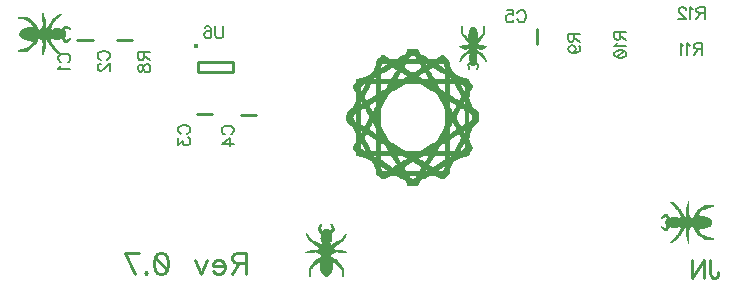
<source format=gbo>
G04 DipTrace 3.0.0.2*
G04 wifihat.GBO*
%MOMM*%
G04 #@! TF.FileFunction,Legend,Bot*
G04 #@! TF.Part,Single*
%ADD10C,0.254*%
%ADD12C,0.076*%
%ADD27O,0.39118X0.39103*%
%ADD54C,0.15686*%
%ADD56C,0.23529*%
%ADD57C,0.27451*%
%FSLAX35Y35*%
G04*
G71*
G90*
G75*
G01*
G04 BotSilk*
%LPD*%
X220950Y2150720D2*
D10*
X91050D1*
X553950Y2151053D2*
X424050D1*
X1233950Y1524053D2*
X1104050D1*
X1603950Y1517053D2*
X1474050D1*
X3985053Y2114050D2*
Y2243950D1*
D27*
X1098639Y2098228D3*
X1112006Y1960902D2*
D10*
X1412000D1*
X1112006Y1880916D2*
X1412000D1*
Y1960902D2*
Y1880916D1*
X1112006Y1960902D2*
Y1880916D1*
X-204709Y2377900D2*
D12*
X-197109D1*
X-204709Y2370301D2*
X-197080D1*
X-60315D2*
X-45116D1*
X-204709Y2362701D2*
X-196812D1*
X-74021D2*
X-53005D1*
X-204709Y2355101D2*
X-195814D1*
X-86065D2*
X-61579D1*
X-409900Y2347502D2*
X-333904D1*
X-204709D2*
X-193727D1*
X-96210D2*
X-70970D1*
X-409900Y2339902D2*
X-325129D1*
X-204709D2*
X-190810D1*
X-105014D2*
X-80251D1*
X-374236Y2332302D2*
X-315646D1*
X-204709D2*
X-187664D1*
X-112880D2*
X-88208D1*
X-349175Y2324703D2*
X-306078D1*
X-204679D2*
X-185011D1*
X-119695D2*
X-94692D1*
X-332739Y2317103D2*
X-297148D1*
X-204412D2*
X-183363D1*
X-125287D2*
X-100636D1*
X-321221Y2309503D2*
X-288842D1*
X-203444D2*
X-182525D1*
X-129998D2*
X-106777D1*
X-312064Y2301904D2*
X-280949D1*
X-201653D2*
X-182152D1*
X-134462D2*
X-112725D1*
X-304131Y2294304D2*
X-273483D1*
X-199972D2*
X-182000D1*
X-139382D2*
X-117933D1*
X-297288Y2286704D2*
X-266830D1*
X-199615D2*
X-181942D1*
X-145068D2*
X-122460D1*
X-291498Y2279104D2*
X-261299D1*
X-200760D2*
X-181921D1*
X-150855D2*
X-126597D1*
X-286134Y2271505D2*
X-256639D1*
X-202713D2*
X-181914D1*
X-156197D2*
X-130551D1*
X-22317D2*
X482D1*
X-280706Y2263905D2*
X-252474D1*
X-205458D2*
X-181911D1*
X-161378D2*
X-134607D1*
X-26380D2*
X12698D1*
X-320143Y2256305D2*
X-248722D1*
X-209306D2*
X-181910D1*
X-166711D2*
X-139060D1*
X-31631D2*
X22985D1*
X-349320Y2248706D2*
X-245496D1*
X-217860D2*
X-143912D1*
X-105913D2*
X-60315D1*
X-37516D2*
X-16114D1*
X8082D2*
X27415D1*
X-368897Y2241106D2*
X-242707D1*
X-227508D2*
X-128712D1*
X-113513D2*
X-18781D1*
X30881D2*
D3*
X-381492Y2233506D2*
X-22317D1*
X-389603Y2225907D2*
X-16211D1*
X-395021Y2218307D2*
X-11766D1*
X-399112Y2210707D2*
X-9251D1*
X-399545Y2203108D2*
X-8313D1*
X-398253Y2195508D2*
X-8359D1*
X-395393Y2187908D2*
X-11718D1*
X-390843Y2180309D2*
X-16624D1*
X-383692Y2172709D2*
X-22317D1*
X-371921Y2165109D2*
X-243912D1*
X-229321D2*
X-128712D1*
X-113513D2*
X-18279D1*
X30881D2*
D3*
X-351484Y2157510D2*
X-246063D1*
X-218518D2*
X-143912D1*
X-105913D2*
X-60315D1*
X-37828D2*
X-14717D1*
X8082D2*
X30881D1*
X-319567Y2149910D2*
X-249029D1*
X-210143D2*
X-181910D1*
X-167885D2*
X-139199D1*
X-31408D2*
X22754D1*
X-280706Y2142310D2*
X-252477D1*
X-206162D2*
X-181910D1*
X-162169D2*
X-134865D1*
X-26408D2*
X12253D1*
X-285707Y2134711D2*
X-256397D1*
X-202795D2*
X-181910D1*
X-156567D2*
X-130795D1*
X-22317D2*
X482D1*
X-291045Y2127111D2*
X-261131D1*
X-200414D2*
X-181910D1*
X-150566D2*
X-126857D1*
X-297204Y2119511D2*
X-267003D1*
X-199124D2*
X-181910D1*
X-144670D2*
X-122739D1*
X-304059Y2111912D2*
X-273736D1*
X-200624D2*
X-181910D1*
X-139481D2*
X-117959D1*
X-311324Y2104312D2*
X-280982D1*
X-202335D2*
X-181940D1*
X-134932D2*
X-112327D1*
X-319023Y2096712D2*
X-288693D1*
X-203545D2*
X-182207D1*
X-130529D2*
X-106553D1*
X-328886Y2089112D2*
X-297203D1*
X-204201D2*
X-183205D1*
X-125601D2*
X-101124D1*
X-345862Y2081513D2*
X-306603D1*
X-204506D2*
X-185292D1*
X-119656D2*
X-95360D1*
X-374239Y2073913D2*
X-316163D1*
X-204632D2*
X-188209D1*
X-112867D2*
X-88176D1*
X-409900Y2066313D2*
X-325200D1*
X-204682D2*
X-191355D1*
X-105374D2*
X-79482D1*
X-409900Y2058714D2*
X-333904D1*
X-204699D2*
X-194008D1*
X-96953D2*
X-70263D1*
X-204706Y2051114D2*
X-195656D1*
X-87527D2*
X-61468D1*
X-204708Y2043514D2*
X-196496D1*
X-77687D2*
X-53178D1*
X-204709Y2035915D2*
X-196884D1*
X-67915D2*
X-45116D1*
X-204709Y2028315D2*
X-197109D1*
X5259090Y783900D2*
X5266690D1*
X5107096Y776301D2*
X5129896D1*
X5259060D2*
X5266690D1*
X5114986Y768701D2*
X5140093D1*
X5258793D2*
X5266690D1*
X5123559Y761101D2*
X5149955D1*
X5257795D2*
X5266690D1*
X5132951Y753502D2*
X5158995D1*
X5255708D2*
X5266690D1*
X5395884D2*
X5471881D1*
X5142232Y745902D2*
X5167310D1*
X5252791D2*
X5266690D1*
X5387110D2*
X5471881D1*
X5150189Y738302D2*
X5174978D1*
X5249645D2*
X5266690D1*
X5377626D2*
X5436217D1*
X5156673Y730703D2*
X5181717D1*
X5246992D2*
X5266660D1*
X5368059D2*
X5411156D1*
X5162617Y723103D2*
X5187282D1*
X5245344D2*
X5266393D1*
X5359128D2*
X5394720D1*
X5168757Y715503D2*
X5191983D1*
X5244506D2*
X5265424D1*
X5350822D2*
X5383202D1*
X5174706Y707904D2*
X5196444D1*
X5244132D2*
X5263634D1*
X5342930D2*
X5374045D1*
X5179914Y700304D2*
X5201363D1*
X5243980D2*
X5261953D1*
X5335464D2*
X5366111D1*
X5184440Y692704D2*
X5207048D1*
X5243923D2*
X5261596D1*
X5328811D2*
X5359269D1*
X5188578Y685104D2*
X5212836D1*
X5243902D2*
X5262741D1*
X5323280D2*
X5353479D1*
X5061498Y677505D2*
X5084297D1*
X5192532D2*
X5218178D1*
X5243894D2*
X5264693D1*
X5318620D2*
X5348115D1*
X5049283Y669905D2*
X5088361D1*
X5196588D2*
X5223359D1*
X5243892D2*
X5267439D1*
X5314455D2*
X5342687D1*
X5038996Y662305D2*
X5093612D1*
X5201041D2*
X5228691D1*
X5243891D2*
X5271287D1*
X5310703D2*
X5382123D1*
X5034566Y654706D2*
X5053899D1*
X5078095D2*
X5099497D1*
X5122296D2*
X5167894D1*
X5205892D2*
X5279841D1*
X5307477D2*
X5411301D1*
X5031100Y647106D2*
D3*
X5080762D2*
X5175494D1*
X5190693D2*
X5289489D1*
X5304688D2*
X5430878D1*
X5084297Y639506D2*
X5443473D1*
X5078191Y631907D2*
X5451584D1*
X5073747Y624307D2*
X5457002D1*
X5071231Y616707D2*
X5461093D1*
X5070294Y609108D2*
X5461526D1*
X5070340Y601508D2*
X5460234D1*
X5073698Y593908D2*
X5457373D1*
X5078605Y586309D2*
X5452824D1*
X5084297Y578709D2*
X5445673D1*
X5031100Y571109D2*
D3*
X5080260D2*
X5175494D1*
X5190693D2*
X5291302D1*
X5305892D2*
X5433902D1*
X5033118Y563510D2*
X5053899D1*
X5076698D2*
X5099809D1*
X5122296D2*
X5167894D1*
X5205892D2*
X5280499D1*
X5308044D2*
X5413465D1*
X5040098Y555910D2*
X5093389D1*
X5201180D2*
X5229866D1*
X5243891D2*
X5272124D1*
X5311009D2*
X5381548D1*
X5050040Y548310D2*
X5088389D1*
X5196846D2*
X5224150D1*
X5243891D2*
X5268143D1*
X5314457D2*
X5342687D1*
X5061498Y540711D2*
X5084297D1*
X5192776D2*
X5218548D1*
X5243891D2*
X5264775D1*
X5318378D2*
X5347688D1*
X5188838Y533111D2*
X5212546D1*
X5243891D2*
X5262395D1*
X5323111D2*
X5353026D1*
X5184719Y525511D2*
X5206651D1*
X5243891D2*
X5261105D1*
X5328984D2*
X5359185D1*
X5179940Y517912D2*
X5201462D1*
X5243891D2*
X5262605D1*
X5335717D2*
X5366040D1*
X5174308Y510312D2*
X5196913D1*
X5243920D2*
X5264316D1*
X5342963D2*
X5373304D1*
X5168534Y502712D2*
X5192510D1*
X5244188D2*
X5265525D1*
X5350674D2*
X5381004D1*
X5163105Y495112D2*
X5187582D1*
X5245186D2*
X5266182D1*
X5359184D2*
X5390867D1*
X5157341Y487513D2*
X5181637D1*
X5247273D2*
X5266486D1*
X5368584D2*
X5407843D1*
X5150157Y479913D2*
X5174848D1*
X5250190D2*
X5266613D1*
X5378143D2*
X5436220D1*
X5141463Y472313D2*
X5167325D1*
X5253336D2*
X5266662D1*
X5387181D2*
X5471881D1*
X5132244Y464714D2*
X5158614D1*
X5255989D2*
X5266680D1*
X5395884D2*
X5471881D1*
X5123449Y457114D2*
X5148014D1*
X5257637D2*
X5266687D1*
X5115159Y449514D2*
X5135576D1*
X5258477D2*
X5266689D1*
X5107096Y441915D2*
X5122296D1*
X5258865D2*
X5266689D1*
X5259090Y434315D2*
X5266690D1*
X2143195Y588400D2*
X2158394D1*
X2234391D2*
X2249590D1*
X2140307Y580801D2*
X2154596D1*
X2238188D2*
X2252478D1*
X2137071Y573201D2*
X2151499D1*
X2241286D2*
X2255714D1*
X2133809Y565601D2*
X2149150D1*
X2243634D2*
X2258976D1*
X2131175Y558002D2*
X2147773D1*
X2245011D2*
X2261610D1*
X2129377Y550402D2*
X2152275D1*
X2181193D2*
X2211592D1*
X2240509D2*
X2263408D1*
X2130384Y542802D2*
X2158394D1*
X2173593D2*
X2219191D1*
X2234391D2*
X2262401D1*
X2135699Y535203D2*
X2257085D1*
X2142406Y527603D2*
X2250378D1*
X2148552Y520003D2*
X2244233D1*
X2029199Y512404D2*
D3*
X2153335D2*
X2239449D1*
X2363585D2*
D3*
X2030404Y504804D2*
X2036799D1*
X2153378D2*
X2239406D1*
X2356275D2*
X2363585D1*
X2032555Y497204D2*
X2043224D1*
X2152520D2*
X2240265D1*
X2349649D2*
X2362121D1*
X2035521Y489604D2*
X2048969D1*
X2151702D2*
X2241083D1*
X2343842D2*
X2359233D1*
X2038969Y482005D2*
X2054869D1*
X2151206D2*
X2241579D1*
X2337924D2*
X2355147D1*
X2042889Y474405D2*
X2062106D1*
X2150993D2*
X2241791D1*
X2330681D2*
X2350602D1*
X2047623Y466805D2*
X2070849D1*
X2151186D2*
X2241599D1*
X2321936D2*
X2345485D1*
X2053495Y459206D2*
X2080371D1*
X2152408D2*
X2240377D1*
X2312414D2*
X2339423D1*
X2060258Y451606D2*
X2090428D1*
X2155451D2*
X2237334D1*
X2302356D2*
X2332578D1*
X2067771Y444006D2*
X2101767D1*
X2160306D2*
X2232479D1*
X2291018D2*
X2325033D1*
X2076451Y436407D2*
X2114697D1*
X2165994D2*
X2226791D1*
X2278088D2*
X2316340D1*
X2086780Y428807D2*
X2128728D1*
X2161956D2*
X2230828D1*
X2264057D2*
X2306007D1*
X2098157Y421207D2*
X2143195D1*
X2158394D2*
X2234391D1*
X2249590D2*
X2294628D1*
X2109290Y413608D2*
X2283494D1*
X2119892Y406008D2*
X2272893D1*
X2130404Y398408D2*
X2262380D1*
X2140739Y390809D2*
X2252046D1*
X2150794Y383209D2*
X2241990D1*
X2104610Y375609D2*
X2288175D1*
X2068404Y368010D2*
X2324381D1*
X2042270Y360410D2*
X2350515D1*
X2021600Y352810D2*
X2097596D1*
X2124719D2*
X2268066D1*
X2295188D2*
X2371185D1*
X2140229Y345211D2*
X2252556D1*
X2151049Y337611D2*
X2241736D1*
X2158972Y330011D2*
X2233812D1*
X2165994Y322412D2*
X2226791D1*
X2151113Y314812D2*
X2241671D1*
X2137185Y307212D2*
X2255600D1*
X2125072Y299612D2*
X2267712D1*
X2114908Y292013D2*
X2277877D1*
X2106068Y284413D2*
X2286717D1*
X2097962Y276813D2*
X2294822D1*
X2090417Y269214D2*
X2129489D1*
X2143195D2*
X2249590D1*
X2263296D2*
X2302368D1*
X2083706Y261614D2*
X2117445D1*
X2143195D2*
X2249590D1*
X2275340D2*
X2309079D1*
X2077898Y254014D2*
X2107300D1*
X2143195D2*
X2249590D1*
X2285485D2*
X2314887D1*
X2072266Y246415D2*
X2098466D1*
X2143195D2*
X2249590D1*
X2294319D2*
X2320518D1*
X2066286Y238815D2*
X2090332D1*
X2143195D2*
X2249590D1*
X2302452D2*
X2326499D1*
X2060655Y231215D2*
X2082550D1*
X2143224D2*
X2249560D1*
X2310235D2*
X2332130D1*
X2056463Y223616D2*
X2075167D1*
X2143491D2*
X2249293D1*
X2317618D2*
X2336322D1*
X2054030Y216016D2*
X2068804D1*
X2144490D2*
X2248295D1*
X2323980D2*
X2338754D1*
X2052841Y208416D2*
X2064280D1*
X2146577D2*
X2246208D1*
X2328504D2*
X2339943D1*
X2052325Y200817D2*
X2061711D1*
X2149524D2*
X2243261D1*
X2331073D2*
X2340460D1*
X2052118Y193217D2*
X2060470D1*
X2152966D2*
X2239819D1*
X2332314D2*
X2340667D1*
X2052040Y185617D2*
X2059934D1*
X2156914D2*
X2235870D1*
X2332850D2*
X2340744D1*
X2052013Y178018D2*
X2059721D1*
X2161937D2*
X2230848D1*
X2333064D2*
X2340772D1*
X2052003Y170418D2*
X2059641D1*
X2168977D2*
X2223807D1*
X2333143D2*
X2340782D1*
X2052000Y162818D2*
X2059613D1*
X2178264D2*
X2214521D1*
X2333172D2*
X2340785D1*
X2051999Y155219D2*
X2059603D1*
X2188793D2*
X2203992D1*
X2333182D2*
X2340786D1*
X2051998Y147619D2*
X2059598D1*
X2333187D2*
X2340786D1*
X3340799Y2264400D2*
X3348399D1*
X3530791D2*
X3538391D1*
X3340799Y2256801D2*
X3348399D1*
X3424396D2*
X3454794D1*
X3530791D2*
X3538391D1*
X3340799Y2249201D2*
X3348399D1*
X3419713D2*
X3459477D1*
X3530791D2*
X3538391D1*
X3340799Y2241601D2*
X3348399D1*
X3415617D2*
X3463573D1*
X3530791D2*
X3538391D1*
X3340829Y2234002D2*
X3348428D1*
X3412277D2*
X3466913D1*
X3530761D2*
X3538361D1*
X3341096Y2226402D2*
X3348725D1*
X3409488D2*
X3469702D1*
X3530464D2*
X3538094D1*
X3342094Y2218802D2*
X3349991D1*
X3406763D2*
X3472427D1*
X3529199D2*
X3537096D1*
X3344181Y2211203D2*
X3353076D1*
X3404417D2*
X3474773D1*
X3526114D2*
X3535008D1*
X3347128Y2203603D2*
X3358110D1*
X3402931D2*
X3476259D1*
X3521080D2*
X3532062D1*
X3350571Y2196003D2*
X3364470D1*
X3402165D2*
X3477025D1*
X3514720D2*
X3528619D1*
X3354489Y2188404D2*
X3371533D1*
X3401820D2*
X3477369D1*
X3507657D2*
X3524730D1*
X3359193Y2180804D2*
X3378914D1*
X3401675D2*
X3477515D1*
X3500276D2*
X3520264D1*
X3364798Y2173204D2*
X3386397D1*
X3401596D2*
X3477593D1*
X3492793D2*
X3515361D1*
X3370562Y2165604D2*
X3510448D1*
X3375988Y2158005D2*
X3505150D1*
X3381751Y2150405D2*
X3498764D1*
X3388905Y2142805D2*
X3490989D1*
X3397273Y2135206D2*
X3482240D1*
X3405047Y2127606D2*
X3474276D1*
X3410498Y2120006D2*
X3468741D1*
X3414333Y2112407D2*
X3464858D1*
X3372418Y2104807D2*
X3506772D1*
X3325600Y2097207D2*
X3553590D1*
X3337791Y2089608D2*
X3541399D1*
X3353542Y2082008D2*
X3525648D1*
X3371198Y2074408D2*
X3386397D1*
X3408281D2*
X3470908D1*
X3492793D2*
X3507992D1*
X3399505Y2066809D2*
X3479685D1*
X3390790Y2059209D2*
X3488400D1*
X3381988Y2051609D2*
X3497202D1*
X3373059Y2044010D2*
X3506130D1*
X3364546Y2036410D2*
X3392822D1*
X3415621D2*
X3463568D1*
X3486367D2*
X3514644D1*
X3356697Y2028810D2*
X3383339D1*
X3413737D2*
X3465453D1*
X3495851D2*
X3522492D1*
X3349856Y2021211D2*
X3373771D1*
X3411770D2*
X3467420D1*
X3505419D2*
X3529334D1*
X3344243Y2013611D2*
X3364870D1*
X3410439D2*
X3468751D1*
X3514320D2*
X3534947D1*
X3339550Y2006011D2*
X3356831D1*
X3409732D2*
X3469458D1*
X3522358D2*
X3539639D1*
X3335379Y1998412D2*
X3349877D1*
X3409439D2*
X3469751D1*
X3529312D2*
X3543811D1*
X3331691Y1990812D2*
X3343966D1*
X3409595D2*
X3469595D1*
X3535224D2*
X3547499D1*
X3328802Y1983212D2*
X3338282D1*
X3410718D2*
X3468472D1*
X3540907D2*
X3550388D1*
X3326944Y1975612D2*
X3332104D1*
X3413297D2*
X3465893D1*
X3547086D2*
X3552246D1*
X3325600Y1968013D2*
D3*
X3416796D2*
X3462394D1*
X3553590D2*
D3*
X3409515Y1960413D2*
X3469674D1*
X3403187Y1952813D2*
X3476003D1*
X3398703Y1945214D2*
X3480486D1*
X3395707Y1937614D2*
X3400103D1*
X3424396D2*
X3454794D1*
X3479087D2*
X3483482D1*
X3395965Y1930014D2*
X3404548D1*
X3474642D2*
X3483225D1*
X3397444Y1922415D2*
X3407101D1*
X3472089D2*
X3481746D1*
X3399519Y1914815D2*
X3408394D1*
X3470796D2*
X3479671D1*
X3401596Y1907215D2*
X3409196D1*
X3469994D2*
X3477593D1*
X2887378Y2072400D2*
X2970974D1*
X2884490Y2064801D2*
X2973862D1*
X2881195Y2057201D2*
X2977157D1*
X2877339Y2049601D2*
X2981013D1*
X2872145Y2042002D2*
X2986208D1*
X2864580Y2034402D2*
X2993772D1*
X2854638Y2026802D2*
X3003714D1*
X2666987Y2019203D2*
X2682187D1*
X2843366D2*
X2916908D1*
X2941444D2*
X3014986D1*
X3176166D2*
X3191365D1*
X2662057Y2011603D2*
X2693850D1*
X2831054D2*
X2908541D1*
X2949812D2*
X3027299D1*
X3164502D2*
X3196295D1*
X2654015Y2004003D2*
X2706700D1*
X2817674D2*
X2901259D1*
X2957093D2*
X3040678D1*
X3151652D2*
X3204338D1*
X2643320Y1996404D2*
X2720185D1*
X2803781D2*
X2894978D1*
X2963375D2*
X3054571D1*
X3138167D2*
X3215032D1*
X2633449Y1988804D2*
X3224903D1*
X2625934Y1981204D2*
X3232418D1*
X2623533Y1973604D2*
X3234819D1*
X2622277Y1966005D2*
X3236075D1*
X2621699Y1958405D2*
X3236653D1*
X2621215Y1950805D2*
X2665783D1*
X2712585D2*
X2803781D1*
X2818981D2*
X2863115D1*
X2995237D2*
X3039372D1*
X3054571D2*
X3145767D1*
X3192569D2*
X3237137D1*
X2620137Y1943206D2*
X2663632D1*
X2720185D2*
X2803781D1*
X2818981D2*
X2860286D1*
X2998066D2*
X3039372D1*
X3054571D2*
X3138167D1*
X3194721D2*
X3238216D1*
X2618021Y1935606D2*
X2660690D1*
X2706166D2*
X2856824D1*
X3001529D2*
X3152187D1*
X3197663D2*
X3240331D1*
X2615065Y1928006D2*
X2657469D1*
X2692914D2*
X2853915D1*
X3004437D2*
X3165438D1*
X3200883D2*
X3243288D1*
X2611649Y1920407D2*
X2654461D1*
X2679996D2*
X2751758D1*
X2764291D2*
X2855771D1*
X3002581D2*
X3094061D1*
X3106594D2*
X3178356D1*
X3203891D2*
X3246704D1*
X2607996Y1912807D2*
X2651788D1*
X2666987D2*
X2738473D1*
X2776362D2*
X2863814D1*
X2994538D2*
X3081990D1*
X3119880D2*
X3191365D1*
X3206564D2*
X3250356D1*
X2604231Y1905207D2*
X2725508D1*
X2786681D2*
X2874082D1*
X2984270D2*
X3071671D1*
X3132844D2*
X3254121D1*
X2600209Y1897608D2*
X2712608D1*
X2796182D2*
X2885510D1*
X2972842D2*
X3062171D1*
X3145744D2*
X3258143D1*
X2595691Y1890008D2*
X2699965D1*
X2789786D2*
X2897621D1*
X2960731D2*
X3068566D1*
X3158387D2*
X3262661D1*
X2590739Y1882408D2*
X2687364D1*
X2784338D2*
X2910177D1*
X2948175D2*
X3074014D1*
X3170989D2*
X3267613D1*
X2585553Y1874809D2*
X2675185D1*
X2779704D2*
X2817777D1*
X2840576D2*
X3017777D1*
X3040576D2*
X3078648D1*
X3183167D2*
X3272800D1*
X2579285Y1867209D2*
X2665093D1*
X2775523D2*
X2815625D1*
X2853600D2*
X3004752D1*
X3042727D2*
X3082830D1*
X3193259D2*
X3279068D1*
X2571048Y1859609D2*
X2657203D1*
X2771546D2*
X2812659D1*
X2865638D2*
X2992714D1*
X3045693D2*
X3086806D1*
X3201150D2*
X3287304D1*
X2560790Y1852010D2*
X2654400D1*
X2767415D2*
X2809217D1*
X2876793D2*
X2981559D1*
X3049135D2*
X3090937D1*
X3203952D2*
X3297562D1*
X2547097Y1844410D2*
X2652894D1*
X2762602D2*
X2805367D1*
X2887378D2*
X2970974D1*
X3052985D2*
X3095750D1*
X3205458D2*
X3311255D1*
X2525684Y1836810D2*
X2652218D1*
X2756708D2*
X2800993D1*
X2872179D2*
X2986174D1*
X3057359D2*
X3101644D1*
X3206134D2*
X3332668D1*
X2493318Y1829211D2*
X2598590D1*
X2621389D2*
X2651937D1*
X2750009D2*
X2796182D1*
X2856979D2*
X3001373D1*
X3062171D2*
X3108343D1*
X3206415D2*
X3236963D1*
X3259762D2*
X3365035D1*
X2454196Y1821611D2*
X3404156D1*
X2454166Y1814011D2*
X3404186D1*
X2453840Y1806412D2*
X3404512D1*
X2453038Y1798812D2*
X3405314D1*
X2448466Y1791212D2*
X3409887D1*
X2441771Y1783612D2*
X3416581D1*
X2434724Y1776013D2*
X2509207D1*
X2528729D2*
X2566987D1*
X2621389D2*
X2651788D1*
X2718981D2*
X2850554D1*
X3007798D2*
X3139372D1*
X3206564D2*
X3236963D1*
X3291365D2*
X3329623D1*
X3349146D2*
X3423628D1*
X2428683Y1768413D2*
X2498433D1*
X2525841D2*
X2564836D1*
X2621389D2*
X2651788D1*
X2716829D2*
X2837268D1*
X3021084D2*
X3141523D1*
X3206564D2*
X3236963D1*
X3293516D2*
X3332511D1*
X3359919D2*
X3429670D1*
X2426626Y1760813D2*
X2490148D1*
X2521785D2*
X2561870D1*
X2621389D2*
X2651788D1*
X2713834D2*
X2824304D1*
X3034048D2*
X3144518D1*
X3206564D2*
X3236963D1*
X3296482D2*
X3336568D1*
X3368204D2*
X3431727D1*
X2427974Y1753214D2*
X2487269D1*
X2517507D2*
X2558422D1*
X2621389D2*
X2651788D1*
X2710119D2*
X2811404D1*
X3046948D2*
X3148234D1*
X3206564D2*
X3236963D1*
X3299930D2*
X3340846D1*
X3371083D2*
X3430379D1*
X2430466Y1745614D2*
X2485725D1*
X2513364D2*
X2554532D1*
X2621389D2*
X2651788D1*
X2705200D2*
X2798731D1*
X3059621D2*
X3153152D1*
X3206564D2*
X3236963D1*
X3303821D2*
X3344989D1*
X3372627D2*
X3427886D1*
X2433700Y1738014D2*
X2485034D1*
X2509192D2*
X2550065D1*
X2621389D2*
X2651788D1*
X2698356D2*
X2785833D1*
X3072520D2*
X3159996D1*
X3206564D2*
X3236963D1*
X3308287D2*
X3349160D1*
X3373319D2*
X3424652D1*
X2437505Y1730415D2*
X2484747D1*
X2504680D2*
X2545191D1*
X2621389D2*
X2651788D1*
X2689348D2*
X2772360D1*
X3085993D2*
X3169005D1*
X3206564D2*
X3236963D1*
X3313161D2*
X3353672D1*
X3373605D2*
X3420847D1*
X2441911Y1722815D2*
X2484595D1*
X2499794D2*
X2540545D1*
X2621389D2*
X2651788D1*
X2678620D2*
X2758944D1*
X3099408D2*
X3179732D1*
X3206564D2*
X3236963D1*
X3317807D2*
X3358558D1*
X3373757D2*
X3416442D1*
X2446507Y1715215D2*
X2536276D1*
X2621359D2*
X2651788D1*
X2666987D2*
X2746470D1*
X3111882D2*
X3191365D1*
X3206564D2*
X3236993D1*
X3322077D2*
X3411846D1*
X2450150Y1707616D2*
X2532244D1*
X2621063D2*
X2735623D1*
X3122730D2*
X3237290D1*
X3326108D2*
X3408202D1*
X2452331Y1700016D2*
X2528355D1*
X2619768D2*
X2726975D1*
X3131377D2*
X3238585D1*
X3329998D2*
X3406021D1*
X2453416Y1692416D2*
X2524571D1*
X2617307D2*
X2720481D1*
X3137872D2*
X3241045D1*
X3333782D2*
X3404936D1*
X2453892Y1684817D2*
X2521297D1*
X2610316D2*
X2715383D1*
X3142970D2*
X3248036D1*
X3337055D2*
X3404460D1*
X2454084Y1677217D2*
X2518720D1*
X2600728D2*
X2711034D1*
X3147318D2*
X3257624D1*
X3339632D2*
X3404268D1*
X2454157Y1669617D2*
X2519695D1*
X2588876D2*
X2707009D1*
X3151344D2*
X3269476D1*
X3338657D2*
X3404196D1*
X2454153Y1662018D2*
X2522119D1*
X2576296D2*
X2703133D1*
X3155219D2*
X3282056D1*
X3336234D2*
X3404199D1*
X2453895Y1654418D2*
X2525797D1*
X2564328D2*
X2699298D1*
X3159055D2*
X3294024D1*
X3332555D2*
X3404457D1*
X2452900Y1646818D2*
X2530193D1*
X2552992D2*
X2695464D1*
X3162888D2*
X3305360D1*
X3328159D2*
X3405453D1*
X2450813Y1639219D2*
X2691418D1*
X3166935D2*
X3407539D1*
X2447867Y1631619D2*
X2607364D1*
X2621389D2*
X2686892D1*
X3171461D2*
X3236963D1*
X3250988D2*
X3410485D1*
X2444454Y1624019D2*
X2484595D1*
X2499794D2*
X2594050D1*
X2621389D2*
X2681996D1*
X3176356D2*
X3236963D1*
X3264302D2*
X3358558D1*
X3373757D2*
X3413898D1*
X2440803Y1616420D2*
X2484595D1*
X2499794D2*
X2580838D1*
X2621359D2*
X2677343D1*
X3181009D2*
X3236993D1*
X3277515D2*
X3358558D1*
X3373757D2*
X3417549D1*
X2437068Y1608820D2*
X2567085D1*
X2621092D2*
X2673071D1*
X3185281D2*
X3237260D1*
X3291268D2*
X3421285D1*
X2433283Y1601220D2*
X2552992D1*
X2620094D2*
X2669039D1*
X3189314D2*
X3238258D1*
X3305360D2*
X3425069D1*
X2429467Y1593620D2*
X2557704D1*
X2618007D2*
X2665149D1*
X3193203D2*
X3240346D1*
X3300648D2*
X3428885D1*
X2425367Y1586021D2*
X2562068D1*
X2615060D2*
X2661335D1*
X3197017D2*
X3243292D1*
X3296284D2*
X3432986D1*
X2420308Y1578421D2*
X2566376D1*
X2611647D2*
X2657795D1*
X3200557D2*
X3246705D1*
X3291977D2*
X3438044D1*
X2413417Y1570821D2*
X2500113D1*
X2531397D2*
X2570992D1*
X2608020D2*
X2654982D1*
X3203370D2*
X3250333D1*
X3287360D2*
X3326955D1*
X3358239D2*
X3444935D1*
X2404619Y1563222D2*
X2493785D1*
X2533548D2*
X2575750D1*
X2604482D2*
X2653274D1*
X3205078D2*
X3253871D1*
X3282602D2*
X3324804D1*
X3364568D2*
X3453733D1*
X2394780Y1555622D2*
X2489272D1*
X2536514D2*
X2579866D1*
X2601338D2*
X2652414D1*
X3205938D2*
X3257015D1*
X3278486D2*
X3321838D1*
X3369080D2*
X3463572D1*
X2385455Y1548022D2*
X2486707D1*
X2539962D2*
X2583391D1*
X2598590D2*
X2652033D1*
X3206319D2*
X3259762D1*
X3274962D2*
X3318390D1*
X3371646D2*
X3472897D1*
X2377301Y1540423D2*
X2485466D1*
X2543853D2*
X2651879D1*
X3206474D2*
X3314500D1*
X3372886D2*
X3481052D1*
X2373892Y1532823D2*
X2439286D1*
X2454196D2*
X2484931D1*
X2548319D2*
X2651820D1*
X3206532D2*
X3310033D1*
X3373421D2*
X3404156D1*
X3419066D2*
X3484460D1*
X2372018Y1525223D2*
X2432690D1*
X2454196D2*
X2484718D1*
X2553193D2*
X2651799D1*
X3206553D2*
X3305159D1*
X3373634D2*
X3404156D1*
X3425662D2*
X3486335D1*
X2371160Y1517624D2*
X2427239D1*
X2454196D2*
X2484638D1*
X2557780D2*
X2651791D1*
X3206561D2*
X3300572D1*
X3373714D2*
X3404156D1*
X3431114D2*
X3487192D1*
X2370808Y1510024D2*
X2423120D1*
X2454196D2*
X2484610D1*
X2561515D2*
X2651789D1*
X3206563D2*
X3296837D1*
X3373743D2*
X3404156D1*
X3435232D2*
X3487545D1*
X2370673Y1502424D2*
X2420075D1*
X2454196D2*
X2484600D1*
X2564365D2*
X2651788D1*
X3206564D2*
X3293987D1*
X3373753D2*
X3404156D1*
X3438277D2*
X3487679D1*
X2370625Y1494825D2*
X2420972D1*
X2454196D2*
X2484596D1*
X2563439D2*
X2651788D1*
X3206564D2*
X3294913D1*
X3373756D2*
X3404156D1*
X3437380D2*
X3487727D1*
X2370608Y1487225D2*
X2423427D1*
X2454196D2*
X2484595D1*
X2560999D2*
X2651788D1*
X3206564D2*
X3297354D1*
X3373757D2*
X3404156D1*
X3434925D2*
X3487744D1*
X2370662Y1479625D2*
X2427454D1*
X2454196D2*
X2484595D1*
X2557211D2*
X2651788D1*
X3206564D2*
X3301141D1*
X3373757D2*
X3404156D1*
X3430898D2*
X3487691D1*
X2371224Y1472026D2*
X2432902D1*
X2454196D2*
X2484595D1*
X2552621D2*
X2651788D1*
X3206564D2*
X3305732D1*
X3373757D2*
X3404156D1*
X3425450D2*
X3487128D1*
X2372559Y1464426D2*
X2438997D1*
X2454196D2*
X2484625D1*
X2548084D2*
X2651788D1*
X3206564D2*
X3310268D1*
X3373728D2*
X3404156D1*
X3419356D2*
X3485793D1*
X2378428Y1456826D2*
X2484921D1*
X2543854D2*
X2651788D1*
X3206564D2*
X3314498D1*
X3373431D2*
X3479925D1*
X2386553Y1449227D2*
X2486185D1*
X2539860D2*
X2581927D1*
X2599794D2*
X2651818D1*
X3206535D2*
X3258558D1*
X3276426D2*
X3318492D1*
X3372167D2*
X3471800D1*
X2396071Y1441627D2*
X2489244D1*
X2536173D2*
X2579039D1*
X2601946D2*
X2652085D1*
X3206268D2*
X3256407D1*
X3279313D2*
X3322180D1*
X3369109D2*
X3462281D1*
X2405533Y1434027D2*
X2494104D1*
X2532970D2*
X2574983D1*
X2604911D2*
X2653083D1*
X3205269D2*
X3253441D1*
X3283370D2*
X3325382D1*
X3364249D2*
X3452820D1*
X2413571Y1426428D2*
X2499794D1*
X2530193D2*
X2570704D1*
X2608330D2*
X2655170D1*
X3203182D2*
X3250023D1*
X3287648D2*
X3328159D1*
X3358558D2*
X3444781D1*
X2419843Y1418828D2*
X2566562D1*
X2611953D2*
X2658117D1*
X3200235D2*
X3246399D1*
X3291791D2*
X3438510D1*
X2424841Y1411228D2*
X2562390D1*
X2615421D2*
X2661530D1*
X3196823D2*
X3242931D1*
X3295962D2*
X3433511D1*
X2429170Y1403628D2*
X2557878D1*
X2618208D2*
X2665181D1*
X3193171D2*
X3240144D1*
X3300474D2*
X3429182D1*
X2433173Y1396029D2*
X2552992D1*
X2619907D2*
X2668946D1*
X3189406D2*
X3238445D1*
X3305360D2*
X3425179D1*
X2437057Y1388429D2*
X2567011D1*
X2620764D2*
X2672968D1*
X3185384D2*
X3237588D1*
X3291341D2*
X3421295D1*
X2440879Y1380829D2*
X2484595D1*
X2499794D2*
X2580263D1*
X2621145D2*
X2677486D1*
X3180867D2*
X3237208D1*
X3278090D2*
X3358558D1*
X3373757D2*
X3417473D1*
X2444665Y1373230D2*
X2484595D1*
X2499794D2*
X2593181D1*
X2621304D2*
X2682378D1*
X3175974D2*
X3237049D1*
X3265172D2*
X3358558D1*
X3373757D2*
X3413687D1*
X2448195Y1365630D2*
X2606190D1*
X2621389D2*
X2687031D1*
X3171322D2*
X3236963D1*
X3252163D2*
X3410157D1*
X2451004Y1358030D2*
X2691302D1*
X3167050D2*
X3407349D1*
X2452711Y1350431D2*
X2531397D1*
X2554486D2*
X2695335D1*
X3163018D2*
X3303867D1*
X3326955D2*
X3405642D1*
X2453570Y1342831D2*
X2526008D1*
X2565211D2*
X2699224D1*
X3159128D2*
X3293142D1*
X3332344D2*
X3404782D1*
X2453951Y1335231D2*
X2521909D1*
X2577568D2*
X2703068D1*
X3155285D2*
X3280784D1*
X3336444D2*
X3404401D1*
X2454105Y1327632D2*
X2518870D1*
X2590238D2*
X2706875D1*
X3151477D2*
X3268114D1*
X3339482D2*
X3404247D1*
X2454164Y1320032D2*
X2519738D1*
X2601521D2*
X2710716D1*
X3147637D2*
X3256831D1*
X3338614D2*
X3404188D1*
X2454155Y1312432D2*
X2521928D1*
X2610209D2*
X2714808D1*
X3143544D2*
X3248144D1*
X3336425D2*
X3404197D1*
X2453866Y1304833D2*
X2524978D1*
X2616862D2*
X2719880D1*
X3138473D2*
X3241491D1*
X3333374D2*
X3404486D1*
X2452633Y1297233D2*
X2528478D1*
X2619200D2*
X2726789D1*
X3131563D2*
X3239152D1*
X3329874D2*
X3405720D1*
X2449815Y1289633D2*
X2532184D1*
X2620461D2*
X2735896D1*
X3122456D2*
X3237892D1*
X3326168D2*
X3408537D1*
X2445780Y1282034D2*
X2536185D1*
X2621027D2*
X2651788D1*
X2665753D2*
X2747018D1*
X3111335D2*
X3192599D1*
X3206564D2*
X3237326D1*
X3322167D2*
X3412573D1*
X2441508Y1274434D2*
X2484595D1*
X2498590D2*
X2540695D1*
X2621256D2*
X2651788D1*
X2678505D2*
X2759708D1*
X3098644D2*
X3179848D1*
X3206564D2*
X3237096D1*
X3317657D2*
X3359762D1*
X3373757D2*
X3416845D1*
X2437390Y1266834D2*
X2484595D1*
X2504038D2*
X2545585D1*
X2621342D2*
X2651788D1*
X2689473D2*
X2772867D1*
X3085486D2*
X3168880D1*
X3206564D2*
X3237010D1*
X3312767D2*
X3354314D1*
X3373757D2*
X3420962D1*
X2433446Y1259235D2*
X2484625D1*
X2508702D2*
X2550237D1*
X2621373D2*
X2651788D1*
X2698168D2*
X2785755D1*
X3072597D2*
X3160184D1*
X3206564D2*
X3236979D1*
X3308116D2*
X3349650D1*
X3373728D2*
X3424906D1*
X2429874Y1251635D2*
X2484951D1*
X2513121D2*
X2554508D1*
X2621384D2*
X2651788D1*
X2704681D2*
X2798556D1*
X3059796D2*
X3153672D1*
X3206564D2*
X3236968D1*
X3303844D2*
X3345232D1*
X3373401D2*
X3428478D1*
X2427363Y1244035D2*
X2485753D1*
X2517776D2*
X2558517D1*
X2621387D2*
X2651788D1*
X2709761D2*
X2811393D1*
X3046959D2*
X3148591D1*
X3206564D2*
X3236965D1*
X3299836D2*
X3340576D1*
X3372600D2*
X3430989D1*
X2426116Y1236436D2*
X2489560D1*
X2522547D2*
X2562209D1*
X2621389D2*
X2651788D1*
X2713915D2*
X2824042D1*
X3034311D2*
X3144437D1*
X3206564D2*
X3236964D1*
X3296143D2*
X3335806D1*
X3368792D2*
X3432236D1*
X2429116Y1228836D2*
X2497901D1*
X2526666D2*
X2565413D1*
X2621389D2*
X2651788D1*
X2717307D2*
X2836942D1*
X3021410D2*
X3141045D1*
X3206564D2*
X3236963D1*
X3292939D2*
X3331686D1*
X3360452D2*
X3429237D1*
X2436208Y1221236D2*
X2507394D1*
X2530193D2*
X2568191D1*
X2621389D2*
X2651788D1*
X2720185D2*
X2850561D1*
X3007792D2*
X3138167D1*
X3206564D2*
X3236963D1*
X3290161D2*
X3328159D1*
X3350958D2*
X3422144D1*
X2443325Y1213636D2*
X3415027D1*
X2449446Y1206037D2*
X3408906D1*
X2451883Y1198437D2*
X3406469D1*
X2453211Y1190837D2*
X3405141D1*
X2453834Y1183238D2*
X3404518D1*
X2454196Y1175638D2*
X3404156D1*
X2493663Y1168038D2*
X2598590D1*
X2621389D2*
X2651788D1*
X2750294D2*
X2794978D1*
X2856979D2*
X3001373D1*
X3063375D2*
X3108058D1*
X3206564D2*
X3236963D1*
X3259762D2*
X3364690D1*
X2523137Y1160439D2*
X2651818D1*
X2756890D2*
X2800426D1*
X2872179D2*
X2986174D1*
X3057926D2*
X3101462D1*
X3206535D2*
X3335216D1*
X2543920Y1152839D2*
X2652144D1*
X2762401D2*
X2805060D1*
X2887378D2*
X2970974D1*
X3053293D2*
X3095951D1*
X3206208D2*
X3314433D1*
X2559066Y1145239D2*
X2652946D1*
X2767054D2*
X2809217D1*
X2876867D2*
X2981485D1*
X3049135D2*
X3091299D1*
X3205407D2*
X3299286D1*
X2570275Y1137640D2*
X2656790D1*
X2771241D2*
X2812967D1*
X2865806D2*
X2992546D1*
X3045385D2*
X3087112D1*
X3201562D2*
X3288078D1*
X2578411Y1130040D2*
X2665570D1*
X2775218D2*
X2816192D1*
X2854049D2*
X3004303D1*
X3042160D2*
X3083134D1*
X3192782D2*
X3279941D1*
X2584903Y1122440D2*
X2676228D1*
X2779349D2*
X2818981D1*
X2841780D2*
X3016572D1*
X3039372D2*
X3079004D1*
X3182125D2*
X3273449D1*
X2590647Y1114841D2*
X2687859D1*
X2784141D2*
X2911351D1*
X2947001D2*
X3074211D1*
X3170493D2*
X3267706D1*
X2595638Y1107241D2*
X2700109D1*
X2789912D2*
X2898066D1*
X2960286D2*
X3068440D1*
X3158243D2*
X3262714D1*
X2600037Y1099641D2*
X2712719D1*
X2796182D2*
X2885161D1*
X2973192D2*
X3062171D1*
X3145633D2*
X3258315D1*
X2604115Y1092042D2*
X2725221D1*
X2787185D2*
X2872884D1*
X2985468D2*
X3071167D1*
X3133132D2*
X3254237D1*
X2608020Y1084442D2*
X2652992D1*
X2665813D2*
X2737784D1*
X2776919D2*
X2863039D1*
X2995313D2*
X3081434D1*
X3120568D2*
X3192540D1*
X3205360D2*
X3250332D1*
X2611839Y1076842D2*
X2655143D1*
X2679127D2*
X2750584D1*
X2765783D2*
X2855838D1*
X3002514D2*
X3092569D1*
X3107769D2*
X3179226D1*
X3203209D2*
X3246513D1*
X2615381Y1069243D2*
X2658085D1*
X2692339D2*
X2855356D1*
X3002996D2*
X3166013D1*
X3200267D2*
X3242971D1*
X2618194Y1061643D2*
X2661306D1*
X2706092D2*
X2858360D1*
X2999992D2*
X3152260D1*
X3197046D2*
X3240158D1*
X2619903Y1054043D2*
X2664314D1*
X2720185D2*
X2803781D1*
X2818981D2*
X2861168D1*
X2997184D2*
X3039372D1*
X3054571D2*
X3138167D1*
X3194038D2*
X3238450D1*
X2620763Y1046444D2*
X2666987D1*
X2712585D2*
X2803781D1*
X2818981D2*
X2863119D1*
X2995234D2*
X3039372D1*
X3054571D2*
X3145767D1*
X3191365D2*
X3237590D1*
X2621144Y1038844D2*
X3237209D1*
X2621417Y1031244D2*
X3236935D1*
X2621848Y1023644D2*
X3236505D1*
X2625184Y1016045D2*
X3233168D1*
X2634894Y1008445D2*
X3223458D1*
X2645784Y1000845D2*
X2720497D1*
X2803492D2*
X2896878D1*
X2961475D2*
X3054860D1*
X3137856D2*
X3212568D1*
X2655035Y993246D2*
X2706477D1*
X2817717D2*
X2902533D1*
X2955820D2*
X3040635D1*
X3151875D2*
X3203317D1*
X2661734Y985646D2*
X2693877D1*
X2831036D2*
X2909839D1*
X2948513D2*
X3027317D1*
X3164475D2*
X3196618D1*
X2666987Y978046D2*
X2682187D1*
X2843722D2*
X2917777D1*
X2940576D2*
X3014630D1*
X3176166D2*
X3191365D1*
X2855332Y970447D2*
X3003020D1*
X2864654Y962847D2*
X2993698D1*
X2871550Y955247D2*
X2986802D1*
X2876821Y947648D2*
X2981532D1*
X2881057Y940048D2*
X2977296D1*
X2884482Y932448D2*
X2973870D1*
X2887378Y924849D2*
X2970974D1*
X-204709Y2377900D2*
Y2370301D1*
Y2362701D1*
Y2355101D1*
Y2347502D1*
Y2339902D1*
Y2332302D1*
X-204679Y2324703D1*
X-204412Y2317103D1*
X-203444Y2309503D1*
X-201653Y2301904D1*
X-199972Y2294304D1*
X-199615Y2286704D1*
X-200760Y2279104D1*
X-202713Y2271505D1*
X-205458Y2263905D1*
X-209306Y2256305D1*
X-217860Y2248706D1*
X-227508Y2241106D1*
X-197109Y2377900D2*
X-197080Y2370301D1*
X-196812Y2362701D1*
X-195814Y2355101D1*
X-193727Y2347502D1*
X-190810Y2339902D1*
X-187664Y2332302D1*
X-185011Y2324703D1*
X-183363Y2317103D1*
X-182525Y2309503D1*
X-182152Y2301904D1*
X-182000Y2294304D1*
X-181942Y2286704D1*
X-181921Y2279104D1*
X-181914Y2271505D1*
X-181911Y2263905D1*
X-181910Y2256305D1*
X-60315Y2370301D2*
X-74021Y2362701D1*
X-86065Y2355101D1*
X-96210Y2347502D1*
X-105014Y2339902D1*
X-112880Y2332302D1*
X-119695Y2324703D1*
X-125287Y2317103D1*
X-129998Y2309503D1*
X-134462Y2301904D1*
X-139382Y2294304D1*
X-145068Y2286704D1*
X-150855Y2279104D1*
X-156197Y2271505D1*
X-161378Y2263905D1*
X-166711Y2256305D1*
X-45116Y2370301D2*
X-53005Y2362701D1*
X-61579Y2355101D1*
X-70970Y2347502D1*
X-80251Y2339902D1*
X-88208Y2332302D1*
X-94692Y2324703D1*
X-100636Y2317103D1*
X-106777Y2309503D1*
X-112725Y2301904D1*
X-117933Y2294304D1*
X-122460Y2286704D1*
X-126597Y2279104D1*
X-130551Y2271505D1*
X-134607Y2263905D1*
X-139060Y2256305D1*
X-143912Y2248706D1*
X-128712Y2241106D1*
X-409900Y2347502D2*
Y2339902D1*
X-374236Y2332302D1*
X-349175Y2324703D1*
X-332739Y2317103D1*
X-321221Y2309503D1*
X-312064Y2301904D1*
X-304131Y2294304D1*
X-297288Y2286704D1*
X-291498Y2279104D1*
X-286134Y2271505D1*
X-280706Y2263905D1*
X-320143Y2256305D1*
X-349320Y2248706D1*
X-368897Y2241106D1*
X-381492Y2233506D1*
X-389603Y2225907D1*
X-395021Y2218307D1*
X-399112Y2210707D1*
X-399545Y2203108D1*
X-398253Y2195508D1*
X-395393Y2187908D1*
X-390843Y2180309D1*
X-383692Y2172709D1*
X-371921Y2165109D1*
X-351484Y2157510D1*
X-319567Y2149910D1*
X-280706Y2142310D1*
X-285707Y2134711D1*
X-291045Y2127111D1*
X-297204Y2119511D1*
X-304059Y2111912D1*
X-311324Y2104312D1*
X-319023Y2096712D1*
X-328886Y2089112D1*
X-345862Y2081513D1*
X-374239Y2073913D1*
X-409900Y2066313D1*
Y2058714D1*
X-333904Y2347502D2*
X-325129Y2339902D1*
X-315646Y2332302D1*
X-306078Y2324703D1*
X-297148Y2317103D1*
X-288842Y2309503D1*
X-280949Y2301904D1*
X-273483Y2294304D1*
X-266830Y2286704D1*
X-261299Y2279104D1*
X-256639Y2271505D1*
X-252474Y2263905D1*
X-248722Y2256305D1*
X-245496Y2248706D1*
X-242707Y2241106D1*
X-22317Y2271505D2*
X-26380Y2263905D1*
X-31631Y2256305D1*
X-37516Y2248706D1*
X482Y2271505D2*
X12698Y2263905D1*
X22985Y2256305D1*
X27415Y2248706D1*
X30881Y2241106D1*
X-105913Y2248706D2*
X-113513Y2241106D1*
X-60315Y2248706D2*
X-14717Y2256305D2*
X-16114Y2248706D1*
X-18781Y2241106D1*
X-22317Y2233506D1*
X-16211Y2225907D1*
X-11766Y2218307D1*
X-9251Y2210707D1*
X-8313Y2203108D1*
X-8359Y2195508D1*
X-11718Y2187908D1*
X-16624Y2180309D1*
X-22317Y2172709D1*
X-18279Y2165109D1*
X-14717Y2157510D1*
Y2256305D2*
X8082Y2248706D1*
X30881Y2241106D1*
X-242707Y2172709D2*
X-243912Y2165109D1*
X-246063Y2157510D1*
X-249029Y2149910D1*
X-252477Y2142310D1*
X-256397Y2134711D1*
X-261131Y2127111D1*
X-267003Y2119511D1*
X-273736Y2111912D1*
X-280982Y2104312D1*
X-288693Y2096712D1*
X-297203Y2089112D1*
X-306603Y2081513D1*
X-316163Y2073913D1*
X-325200Y2066313D1*
X-333904Y2058714D1*
X-242707Y2172709D2*
X-229321Y2165109D1*
X-218518Y2157510D1*
X-210143Y2149910D1*
X-206162Y2142310D1*
X-202795Y2134711D1*
X-200414Y2127111D1*
X-199124Y2119511D1*
X-200624Y2111912D1*
X-202335Y2104312D1*
X-203545Y2096712D1*
X-204201Y2089112D1*
X-204506Y2081513D1*
X-204632Y2073913D1*
X-204682Y2066313D1*
X-204699Y2058714D1*
X-204706Y2051114D1*
X-204708Y2043514D1*
X-204709Y2035915D1*
Y2028315D1*
X-113513Y2172709D2*
X-128712Y2165109D1*
X-143912Y2157510D1*
X-139199Y2149910D1*
X-134865Y2142310D1*
X-130795Y2134711D1*
X-126857Y2127111D1*
X-122739Y2119511D1*
X-117959Y2111912D1*
X-112327Y2104312D1*
X-106553Y2096712D1*
X-101124Y2089112D1*
X-95360Y2081513D1*
X-88176Y2073913D1*
X-79482Y2066313D1*
X-70263Y2058714D1*
X-61468Y2051114D1*
X-53178Y2043514D1*
X-45116Y2035915D1*
X-121112Y2172709D2*
X-113513Y2165109D1*
X-105913Y2157510D1*
X30881Y2165109D2*
X8082Y2157510D1*
X-52715Y2165109D2*
X-60315Y2157510D1*
X-45116Y2165109D2*
X-37828Y2157510D1*
X-31408Y2149910D1*
X-26408Y2142310D1*
X-22317Y2134711D1*
X30881Y2157510D2*
X22754Y2149910D1*
X12253Y2142310D1*
X482Y2134711D1*
X-181910Y2157510D2*
Y2149910D1*
Y2142310D1*
Y2134711D1*
Y2127111D1*
Y2119511D1*
Y2111912D1*
X-181940Y2104312D1*
X-182207Y2096712D1*
X-183205Y2089112D1*
X-185292Y2081513D1*
X-188209Y2073913D1*
X-191355Y2066313D1*
X-194008Y2058714D1*
X-195656Y2051114D1*
X-196496Y2043514D1*
X-196884Y2035915D1*
X-197109Y2028315D1*
X-174310Y2157510D2*
X-167885Y2149910D1*
X-162169Y2142310D1*
X-156567Y2134711D1*
X-150566Y2127111D1*
X-144670Y2119511D1*
X-139481Y2111912D1*
X-134932Y2104312D1*
X-130529Y2096712D1*
X-125601Y2089112D1*
X-119656Y2081513D1*
X-112867Y2073913D1*
X-105374Y2066313D1*
X-96953Y2058714D1*
X-87527Y2051114D1*
X-77687Y2043514D1*
X-67915Y2035915D1*
X5259090Y783900D2*
X5259060Y776301D1*
X5258793Y768701D1*
X5257795Y761101D1*
X5255708Y753502D1*
X5252791Y745902D1*
X5249645Y738302D1*
X5246992Y730703D1*
X5245344Y723103D1*
X5244506Y715503D1*
X5244132Y707904D1*
X5243980Y700304D1*
X5243923Y692704D1*
X5243902Y685104D1*
X5243894Y677505D1*
X5243892Y669905D1*
X5243891Y662305D1*
X5266690Y783900D2*
Y776301D1*
Y768701D1*
Y761101D1*
Y753502D1*
Y745902D1*
Y738302D1*
X5266660Y730703D1*
X5266393Y723103D1*
X5265424Y715503D1*
X5263634Y707904D1*
X5261953Y700304D1*
X5261596Y692704D1*
X5262741Y685104D1*
X5264693Y677505D1*
X5267439Y669905D1*
X5271287Y662305D1*
X5279841Y654706D1*
X5289489Y647106D1*
X5107096Y776301D2*
X5114986Y768701D1*
X5123559Y761101D1*
X5132951Y753502D1*
X5142232Y745902D1*
X5150189Y738302D1*
X5156673Y730703D1*
X5162617Y723103D1*
X5168757Y715503D1*
X5174706Y707904D1*
X5179914Y700304D1*
X5184440Y692704D1*
X5188578Y685104D1*
X5192532Y677505D1*
X5196588Y669905D1*
X5201041Y662305D1*
X5205892Y654706D1*
X5190693Y647106D1*
X5129896Y776301D2*
X5140093Y768701D1*
X5149955Y761101D1*
X5158995Y753502D1*
X5167310Y745902D1*
X5174978Y738302D1*
X5181717Y730703D1*
X5187282Y723103D1*
X5191983Y715503D1*
X5196444Y707904D1*
X5201363Y700304D1*
X5207048Y692704D1*
X5212836Y685104D1*
X5218178Y677505D1*
X5223359Y669905D1*
X5228691Y662305D1*
X5395884Y753502D2*
X5387110Y745902D1*
X5377626Y738302D1*
X5368059Y730703D1*
X5359128Y723103D1*
X5350822Y715503D1*
X5342930Y707904D1*
X5335464Y700304D1*
X5328811Y692704D1*
X5323280Y685104D1*
X5318620Y677505D1*
X5314455Y669905D1*
X5310703Y662305D1*
X5307477Y654706D1*
X5304688Y647106D1*
X5471881Y753502D2*
Y745902D1*
X5436217Y738302D1*
X5411156Y730703D1*
X5394720Y723103D1*
X5383202Y715503D1*
X5374045Y707904D1*
X5366111Y700304D1*
X5359269Y692704D1*
X5353479Y685104D1*
X5348115Y677505D1*
X5342687Y669905D1*
X5382123Y662305D1*
X5411301Y654706D1*
X5430878Y647106D1*
X5443473Y639506D1*
X5451584Y631907D1*
X5457002Y624307D1*
X5461093Y616707D1*
X5461526Y609108D1*
X5460234Y601508D1*
X5457373Y593908D1*
X5452824Y586309D1*
X5445673Y578709D1*
X5433902Y571109D1*
X5413465Y563510D1*
X5381548Y555910D1*
X5342687Y548310D1*
X5347688Y540711D1*
X5353026Y533111D1*
X5359185Y525511D1*
X5366040Y517912D1*
X5373304Y510312D1*
X5381004Y502712D1*
X5390867Y495112D1*
X5407843Y487513D1*
X5436220Y479913D1*
X5471881Y472313D1*
Y464714D1*
X5061498Y677505D2*
X5049283Y669905D1*
X5038996Y662305D1*
X5034566Y654706D1*
X5031100Y647106D1*
X5084297Y677505D2*
X5088361Y669905D1*
X5093612Y662305D1*
X5099497Y654706D1*
X5076698Y662305D2*
X5053899Y654706D1*
X5031100Y647106D1*
X5076698Y662305D2*
X5078095Y654706D1*
X5080762Y647106D1*
X5084297Y639506D1*
X5078191Y631907D1*
X5073747Y624307D1*
X5071231Y616707D1*
X5070294Y609108D1*
X5070340Y601508D1*
X5073698Y593908D1*
X5078605Y586309D1*
X5084297Y578709D1*
X5080260Y571109D1*
X5076698Y563510D1*
X5122296Y654706D2*
X5167894D2*
X5175494Y647106D1*
X5031100Y571109D2*
X5033118Y563510D1*
X5040098Y555910D1*
X5050040Y548310D1*
X5061498Y540711D1*
X5183093Y578709D2*
X5175494Y571109D1*
X5167894Y563510D1*
X5175494Y578709D2*
X5190693Y571109D1*
X5205892Y563510D1*
X5201180Y555910D1*
X5196846Y548310D1*
X5192776Y540711D1*
X5188838Y533111D1*
X5184719Y525511D1*
X5179940Y517912D1*
X5174308Y510312D1*
X5168534Y502712D1*
X5163105Y495112D1*
X5157341Y487513D1*
X5150157Y479913D1*
X5141463Y472313D1*
X5132244Y464714D1*
X5123449Y457114D1*
X5115159Y449514D1*
X5107096Y441915D1*
X5304688Y578709D2*
X5291302Y571109D1*
X5280499Y563510D1*
X5272124Y555910D1*
X5268143Y548310D1*
X5264775Y540711D1*
X5262395Y533111D1*
X5261105Y525511D1*
X5262605Y517912D1*
X5264316Y510312D1*
X5265525Y502712D1*
X5266182Y495112D1*
X5266486Y487513D1*
X5266613Y479913D1*
X5266662Y472313D1*
X5266680Y464714D1*
X5266687Y457114D1*
X5266689Y449514D1*
Y441915D1*
X5266690Y434315D1*
X5304688Y578709D2*
X5305892Y571109D1*
X5308044Y563510D1*
X5311009Y555910D1*
X5314457Y548310D1*
X5318378Y540711D1*
X5323111Y533111D1*
X5328984Y525511D1*
X5335717Y517912D1*
X5342963Y510312D1*
X5350674Y502712D1*
X5359184Y495112D1*
X5368584Y487513D1*
X5378143Y479913D1*
X5387181Y472313D1*
X5395884Y464714D1*
X5053899Y563510D2*
X5107096Y571109D2*
X5099809Y563510D1*
X5093389Y555910D1*
X5088389Y548310D1*
X5084297Y540711D1*
X5114696Y571109D2*
X5122296Y563510D1*
X5236291D2*
X5229866Y555910D1*
X5224150Y548310D1*
X5218548Y540711D1*
X5212546Y533111D1*
X5206651Y525511D1*
X5201462Y517912D1*
X5196913Y510312D1*
X5192510Y502712D1*
X5187582Y495112D1*
X5181637Y487513D1*
X5174848Y479913D1*
X5167325Y472313D1*
X5158614Y464714D1*
X5148014Y457114D1*
X5135576Y449514D1*
X5122296Y441915D1*
X5243891Y563510D2*
Y555910D1*
Y548310D1*
Y540711D1*
Y533111D1*
Y525511D1*
Y517912D1*
X5243920Y510312D1*
X5244188Y502712D1*
X5245186Y495112D1*
X5247273Y487513D1*
X5250190Y479913D1*
X5253336Y472313D1*
X5255989Y464714D1*
X5257637Y457114D1*
X5258477Y449514D1*
X5258865Y441915D1*
X5259090Y434315D1*
X2143195Y588400D2*
X2140307Y580801D1*
X2137071Y573201D1*
X2133809Y565601D1*
X2131175Y558002D1*
X2129377Y550402D1*
X2130384Y542802D1*
X2135699Y535203D1*
X2142406Y527603D1*
X2148552Y520003D1*
X2153335Y512404D1*
X2153378Y504804D1*
X2152520Y497204D1*
X2151702Y489604D1*
X2151206Y482005D1*
X2150993Y474405D1*
X2151186Y466805D1*
X2152408Y459206D1*
X2155451Y451606D1*
X2160306Y444006D1*
X2165994Y436407D1*
X2161956Y428807D1*
X2158394Y421207D1*
Y588400D2*
X2154596Y580801D1*
X2151499Y573201D1*
X2149150Y565601D1*
X2147773Y558002D1*
X2152275Y550402D1*
X2158394Y542802D1*
X2234391Y588400D2*
X2238188Y580801D1*
X2241286Y573201D1*
X2243634Y565601D1*
X2245011Y558002D1*
X2240509Y550402D1*
X2234391Y542802D1*
X2249590Y588400D2*
X2252478Y580801D1*
X2255714Y573201D1*
X2258976Y565601D1*
X2261610Y558002D1*
X2263408Y550402D1*
X2262401Y542802D1*
X2257085Y535203D1*
X2250378Y527603D1*
X2244233Y520003D1*
X2239449Y512404D1*
X2239406Y504804D1*
X2240265Y497204D1*
X2241083Y489604D1*
X2241579Y482005D1*
X2241791Y474405D1*
X2241599Y466805D1*
X2240377Y459206D1*
X2237334Y451606D1*
X2232479Y444006D1*
X2226791Y436407D1*
X2230828Y428807D1*
X2234391Y421207D1*
X2181193Y550402D2*
X2173593Y542802D1*
X2211592Y550402D2*
X2219191Y542802D1*
X2029199Y512404D2*
X2030404Y504804D1*
X2032555Y497204D1*
X2035521Y489604D1*
X2038969Y482005D1*
X2042889Y474405D1*
X2047623Y466805D1*
X2053495Y459206D1*
X2060258Y451606D1*
X2067771Y444006D1*
X2076451Y436407D1*
X2086780Y428807D1*
X2098157Y421207D1*
X2109290Y413608D1*
X2119892Y406008D1*
X2130404Y398408D1*
X2140739Y390809D1*
X2150794Y383209D1*
X2104610Y375609D1*
X2068404Y368010D1*
X2042270Y360410D1*
X2021600Y352810D1*
X2363585Y512404D2*
X2356275Y504804D1*
X2349649Y497204D1*
X2343842Y489604D1*
X2337924Y482005D1*
X2330681Y474405D1*
X2321936Y466805D1*
X2312414Y459206D1*
X2302356Y451606D1*
X2291018Y444006D1*
X2278088Y436407D1*
X2264057Y428807D1*
X2249590Y421207D1*
X2036799Y504804D2*
X2043224Y497204D1*
X2048969Y489604D1*
X2054869Y482005D1*
X2062106Y474405D1*
X2070849Y466805D1*
X2080371Y459206D1*
X2090428Y451606D1*
X2101767Y444006D1*
X2114697Y436407D1*
X2128728Y428807D1*
X2143195Y421207D1*
X2363585Y504804D2*
X2362121Y497204D1*
X2359233Y489604D1*
X2355147Y482005D1*
X2350602Y474405D1*
X2345485Y466805D1*
X2339423Y459206D1*
X2332578Y451606D1*
X2325033Y444006D1*
X2316340Y436407D1*
X2306007Y428807D1*
X2294628Y421207D1*
X2283494Y413608D1*
X2272893Y406008D1*
X2262380Y398408D1*
X2252046Y390809D1*
X2241990Y383209D1*
X2288175Y375609D1*
X2324381Y368010D1*
X2350515Y360410D1*
X2371185Y352810D1*
X2105196Y360410D2*
X2097596Y352810D1*
X2105196Y360410D2*
X2124719Y352810D1*
X2140229Y345211D1*
X2151049Y337611D1*
X2158972Y330011D1*
X2165994Y322412D1*
X2151113Y314812D1*
X2137185Y307212D1*
X2125072Y299612D1*
X2114908Y292013D1*
X2106068Y284413D1*
X2097962Y276813D1*
X2090417Y269214D1*
X2083706Y261614D1*
X2077898Y254014D1*
X2072266Y246415D1*
X2066286Y238815D1*
X2060655Y231215D1*
X2056463Y223616D1*
X2054030Y216016D1*
X2052841Y208416D1*
X2052325Y200817D1*
X2052118Y193217D1*
X2052040Y185617D1*
X2052013Y178018D1*
X2052003Y170418D1*
X2052000Y162818D1*
X2051999Y155219D1*
X2051998Y147619D1*
X2287588Y360410D2*
X2268066Y352810D1*
X2252556Y345211D1*
X2241736Y337611D1*
X2233812Y330011D1*
X2226791Y322412D1*
X2241671Y314812D1*
X2255600Y307212D1*
X2267712Y299612D1*
X2277877Y292013D1*
X2286717Y284413D1*
X2294822Y276813D1*
X2302368Y269214D1*
X2309079Y261614D1*
X2314887Y254014D1*
X2320518Y246415D1*
X2326499Y238815D1*
X2332130Y231215D1*
X2336322Y223616D1*
X2338754Y216016D1*
X2339943Y208416D1*
X2340460Y200817D1*
X2340667Y193217D1*
X2340744Y185617D1*
X2340772Y178018D1*
X2340782Y170418D1*
X2340785Y162818D1*
X2340786Y155219D1*
Y147619D1*
X2287588Y360410D2*
X2295188Y352810D1*
X2143195Y276813D2*
X2129489Y269214D1*
X2117445Y261614D1*
X2107300Y254014D1*
X2098466Y246415D1*
X2090332Y238815D1*
X2082550Y231215D1*
X2075167Y223616D1*
X2068804Y216016D1*
X2064280Y208416D1*
X2061711Y200817D1*
X2060470Y193217D1*
X2059934Y185617D1*
X2059721Y178018D1*
X2059641Y170418D1*
X2059613Y162818D1*
X2059603Y155219D1*
X2059598Y147619D1*
X2143195Y276813D2*
Y269214D1*
Y261614D1*
Y254014D1*
Y246415D1*
Y238815D1*
X2143224Y231215D1*
X2143491Y223616D1*
X2144490Y216016D1*
X2146577Y208416D1*
X2149524Y200817D1*
X2152966Y193217D1*
X2156914Y185617D1*
X2161937Y178018D1*
X2168977Y170418D1*
X2178264Y162818D1*
X2188793Y155219D1*
X2249590Y276813D2*
Y269214D1*
Y261614D1*
Y254014D1*
Y246415D1*
Y238815D1*
X2249560Y231215D1*
X2249293Y223616D1*
X2248295Y216016D1*
X2246208Y208416D1*
X2243261Y200817D1*
X2239819Y193217D1*
X2235870Y185617D1*
X2230848Y178018D1*
X2223807Y170418D1*
X2214521Y162818D1*
X2203992Y155219D1*
X2249590Y276813D2*
X2263296Y269214D1*
X2275340Y261614D1*
X2285485Y254014D1*
X2294319Y246415D1*
X2302452Y238815D1*
X2310235Y231215D1*
X2317618Y223616D1*
X2323980Y216016D1*
X2328504Y208416D1*
X2331073Y200817D1*
X2332314Y193217D1*
X2332850Y185617D1*
X2333064Y178018D1*
X2333143Y170418D1*
X2333172Y162818D1*
X2333182Y155219D1*
X2333187Y147619D1*
X3340799Y2264400D2*
Y2256801D1*
Y2249201D1*
Y2241601D1*
X3340829Y2234002D1*
X3341096Y2226402D1*
X3342094Y2218802D1*
X3344181Y2211203D1*
X3347128Y2203603D1*
X3350571Y2196003D1*
X3354489Y2188404D1*
X3359193Y2180804D1*
X3364798Y2173204D1*
X3370562Y2165604D1*
X3375988Y2158005D1*
X3381751Y2150405D1*
X3388905Y2142805D1*
X3397273Y2135206D1*
X3405047Y2127606D1*
X3410498Y2120006D1*
X3414333Y2112407D1*
X3372418Y2104807D1*
X3325600Y2097207D1*
X3337791Y2089608D1*
X3353542Y2082008D1*
X3371198Y2074408D1*
X3348399Y2264400D2*
Y2256801D1*
Y2249201D1*
Y2241601D1*
X3348428Y2234002D1*
X3348725Y2226402D1*
X3349991Y2218802D1*
X3353076Y2211203D1*
X3358110Y2203603D1*
X3364470Y2196003D1*
X3371533Y2188404D1*
X3378914Y2180804D1*
X3386397Y2173204D1*
X3530791Y2264400D2*
Y2256801D1*
Y2249201D1*
Y2241601D1*
X3530761Y2234002D1*
X3530464Y2226402D1*
X3529199Y2218802D1*
X3526114Y2211203D1*
X3521080Y2203603D1*
X3514720Y2196003D1*
X3507657Y2188404D1*
X3500276Y2180804D1*
X3492793Y2173204D1*
X3538391Y2264400D2*
Y2256801D1*
Y2249201D1*
Y2241601D1*
X3538361Y2234002D1*
X3538094Y2226402D1*
X3537096Y2218802D1*
X3535008Y2211203D1*
X3532062Y2203603D1*
X3528619Y2196003D1*
X3524730Y2188404D1*
X3520264Y2180804D1*
X3515361Y2173204D1*
X3510448Y2165604D1*
X3505150Y2158005D1*
X3498764Y2150405D1*
X3490989Y2142805D1*
X3482240Y2135206D1*
X3474276Y2127606D1*
X3468741Y2120006D1*
X3464858Y2112407D1*
X3506772Y2104807D1*
X3553590Y2097207D1*
X3541399Y2089608D1*
X3525648Y2082008D1*
X3507992Y2074408D1*
X3424396Y2256801D2*
X3419713Y2249201D1*
X3415617Y2241601D1*
X3412277Y2234002D1*
X3409488Y2226402D1*
X3406763Y2218802D1*
X3404417Y2211203D1*
X3402931Y2203603D1*
X3402165Y2196003D1*
X3401820Y2188404D1*
X3401675Y2180804D1*
X3401596Y2173204D1*
X3454794Y2256801D2*
X3459477Y2249201D1*
X3463573Y2241601D1*
X3466913Y2234002D1*
X3469702Y2226402D1*
X3472427Y2218802D1*
X3474773Y2211203D1*
X3476259Y2203603D1*
X3477025Y2196003D1*
X3477369Y2188404D1*
X3477515Y2180804D1*
X3477593Y2173204D1*
X3393997Y2082008D2*
X3386397Y2074408D1*
X3416796Y2082008D2*
X3408281Y2074408D1*
X3399505Y2066809D1*
X3390790Y2059209D1*
X3381988Y2051609D1*
X3373059Y2044010D1*
X3364546Y2036410D1*
X3356697Y2028810D1*
X3349856Y2021211D1*
X3344243Y2013611D1*
X3339550Y2006011D1*
X3335379Y1998412D1*
X3331691Y1990812D1*
X3328802Y1983212D1*
X3326944Y1975612D1*
X3325600Y1968013D1*
X3462394Y2082008D2*
X3470908Y2074408D1*
X3479685Y2066809D1*
X3488400Y2059209D1*
X3497202Y2051609D1*
X3506130Y2044010D1*
X3514644Y2036410D1*
X3522492Y2028810D1*
X3529334Y2021211D1*
X3534947Y2013611D1*
X3539639Y2006011D1*
X3543811Y1998412D1*
X3547499Y1990812D1*
X3550388Y1983212D1*
X3552246Y1975612D1*
X3553590Y1968013D1*
X3485193Y2082008D2*
X3492793Y2074408D1*
X3401596Y2044010D2*
X3392822Y2036410D1*
X3383339Y2028810D1*
X3373771Y2021211D1*
X3364870Y2013611D1*
X3356831Y2006011D1*
X3349877Y1998412D1*
X3343966Y1990812D1*
X3338282Y1983212D1*
X3332104Y1975612D1*
X3325600Y1968013D1*
X3416796Y2044010D2*
X3415621Y2036410D1*
X3413737Y2028810D1*
X3411770Y2021211D1*
X3410439Y2013611D1*
X3409732Y2006011D1*
X3409439Y1998412D1*
X3409595Y1990812D1*
X3410718Y1983212D1*
X3413297Y1975612D1*
X3416796Y1968013D1*
X3409515Y1960413D1*
X3403187Y1952813D1*
X3398703Y1945214D1*
X3395707Y1937614D1*
X3395965Y1930014D1*
X3397444Y1922415D1*
X3399519Y1914815D1*
X3401596Y1907215D1*
X3462394Y2044010D2*
X3463568Y2036410D1*
X3465453Y2028810D1*
X3467420Y2021211D1*
X3468751Y2013611D1*
X3469458Y2006011D1*
X3469751Y1998412D1*
X3469595Y1990812D1*
X3468472Y1983212D1*
X3465893Y1975612D1*
X3462394Y1968013D1*
X3469674Y1960413D1*
X3476003Y1952813D1*
X3480486Y1945214D1*
X3483482Y1937614D1*
X3483225Y1930014D1*
X3481746Y1922415D1*
X3479671Y1914815D1*
X3477593Y1907215D1*
Y2044010D2*
X3486367Y2036410D1*
X3495851Y2028810D1*
X3505419Y2021211D1*
X3514320Y2013611D1*
X3522358Y2006011D1*
X3529312Y1998412D1*
X3535224Y1990812D1*
X3540907Y1983212D1*
X3547086Y1975612D1*
X3553590Y1968013D1*
X3393997Y1945214D2*
X3400103Y1937614D1*
X3404548Y1930014D1*
X3407101Y1922415D1*
X3408394Y1914815D1*
X3409196Y1907215D1*
X3416796Y1945214D2*
X3424396Y1937614D1*
X3462394Y1945214D2*
X3454794Y1937614D1*
X3485193Y1945214D2*
X3479087Y1937614D1*
X3474642Y1930014D1*
X3472089Y1922415D1*
X3470796Y1914815D1*
X3469994Y1907215D1*
X2887378Y2072400D2*
X2884490Y2064801D1*
X2881195Y2057201D1*
X2877339Y2049601D1*
X2872145Y2042002D1*
X2864580Y2034402D1*
X2854638Y2026802D1*
X2843366Y2019203D1*
X2831054Y2011603D1*
X2817674Y2004003D1*
X2803781Y1996404D1*
X2970974Y2072400D2*
X2973862Y2064801D1*
X2977157Y2057201D1*
X2981013Y2049601D1*
X2986208Y2042002D1*
X2993772Y2034402D1*
X3003714Y2026802D1*
X3014986Y2019203D1*
X3027299Y2011603D1*
X3040678Y2004003D1*
X3054571Y1996404D1*
X2666987Y2019203D2*
X2662057Y2011603D1*
X2654015Y2004003D1*
X2643320Y1996404D1*
X2633449Y1988804D1*
X2625934Y1981204D1*
X2623533Y1973604D1*
X2622277Y1966005D1*
X2621699Y1958405D1*
X2621215Y1950805D1*
X2620137Y1943206D1*
X2618021Y1935606D1*
X2615065Y1928006D1*
X2611649Y1920407D1*
X2607996Y1912807D1*
X2604231Y1905207D1*
X2600209Y1897608D1*
X2595691Y1890008D1*
X2590739Y1882408D1*
X2585553Y1874809D1*
X2579285Y1867209D1*
X2571048Y1859609D1*
X2560790Y1852010D1*
X2547097Y1844410D1*
X2525684Y1836810D1*
X2493318Y1829211D1*
X2454196Y1821611D1*
X2454166Y1814011D1*
X2453840Y1806412D1*
X2453038Y1798812D1*
X2448466Y1791212D1*
X2441771Y1783612D1*
X2434724Y1776013D1*
X2428683Y1768413D1*
X2426626Y1760813D1*
X2427974Y1753214D1*
X2430466Y1745614D1*
X2433700Y1738014D1*
X2437505Y1730415D1*
X2441911Y1722815D1*
X2446507Y1715215D1*
X2450150Y1707616D1*
X2452331Y1700016D1*
X2453416Y1692416D1*
X2453892Y1684817D1*
X2454084Y1677217D1*
X2454157Y1669617D1*
X2454153Y1662018D1*
X2453895Y1654418D1*
X2452900Y1646818D1*
X2450813Y1639219D1*
X2447867Y1631619D1*
X2444454Y1624019D1*
X2440803Y1616420D1*
X2437068Y1608820D1*
X2433283Y1601220D1*
X2429467Y1593620D1*
X2425367Y1586021D1*
X2420308Y1578421D1*
X2413417Y1570821D1*
X2404619Y1563222D1*
X2394780Y1555622D1*
X2385455Y1548022D1*
X2377301Y1540423D1*
X2373892Y1532823D1*
X2372018Y1525223D1*
X2371160Y1517624D1*
X2370808Y1510024D1*
X2370673Y1502424D1*
X2370625Y1494825D1*
X2370608Y1487225D1*
X2370662Y1479625D1*
X2371224Y1472026D1*
X2372559Y1464426D1*
X2378428Y1456826D1*
X2386553Y1449227D1*
X2396071Y1441627D1*
X2405533Y1434027D1*
X2413571Y1426428D1*
X2419843Y1418828D1*
X2424841Y1411228D1*
X2429170Y1403628D1*
X2433173Y1396029D1*
X2437057Y1388429D1*
X2440879Y1380829D1*
X2444665Y1373230D1*
X2448195Y1365630D1*
X2451004Y1358030D1*
X2452711Y1350431D1*
X2453570Y1342831D1*
X2453951Y1335231D1*
X2454105Y1327632D1*
X2454164Y1320032D1*
X2454155Y1312432D1*
X2453866Y1304833D1*
X2452633Y1297233D1*
X2449815Y1289633D1*
X2445780Y1282034D1*
X2441508Y1274434D1*
X2437390Y1266834D1*
X2433446Y1259235D1*
X2429874Y1251635D1*
X2427363Y1244035D1*
X2426116Y1236436D1*
X2429116Y1228836D1*
X2436208Y1221236D1*
X2443325Y1213636D1*
X2449446Y1206037D1*
X2451883Y1198437D1*
X2453211Y1190837D1*
X2453834Y1183238D1*
X2454196Y1175638D1*
X2493663Y1168038D1*
X2523137Y1160439D1*
X2543920Y1152839D1*
X2559066Y1145239D1*
X2570275Y1137640D1*
X2578411Y1130040D1*
X2584903Y1122440D1*
X2590647Y1114841D1*
X2595638Y1107241D1*
X2600037Y1099641D1*
X2604115Y1092042D1*
X2608020Y1084442D1*
X2611839Y1076842D1*
X2615381Y1069243D1*
X2618194Y1061643D1*
X2619903Y1054043D1*
X2620763Y1046444D1*
X2621144Y1038844D1*
X2621417Y1031244D1*
X2621848Y1023644D1*
X2625184Y1016045D1*
X2634894Y1008445D1*
X2645784Y1000845D1*
X2655035Y993246D1*
X2661734Y985646D1*
X2666987Y978046D1*
X2682187Y2019203D2*
X2693850Y2011603D1*
X2706700Y2004003D1*
X2720185Y1996404D1*
X2925376Y2026802D2*
X2916908Y2019203D1*
X2908541Y2011603D1*
X2901259Y2004003D1*
X2894978Y1996404D1*
X2932976Y2026802D2*
X2941444Y2019203D1*
X2949812Y2011603D1*
X2957093Y2004003D1*
X2963375Y1996404D1*
X3176166Y2019203D2*
X3164502Y2011603D1*
X3151652Y2004003D1*
X3138167Y1996404D1*
X3191365Y2019203D2*
X3196295Y2011603D1*
X3204338Y2004003D1*
X3215032Y1996404D1*
X3224903Y1988804D1*
X3232418Y1981204D1*
X3234819Y1973604D1*
X3236075Y1966005D1*
X3236653Y1958405D1*
X3237137Y1950805D1*
X3238216Y1943206D1*
X3240331Y1935606D1*
X3243288Y1928006D1*
X3246704Y1920407D1*
X3250356Y1912807D1*
X3254121Y1905207D1*
X3258143Y1897608D1*
X3262661Y1890008D1*
X3267613Y1882408D1*
X3272800Y1874809D1*
X3279068Y1867209D1*
X3287304Y1859609D1*
X3297562Y1852010D1*
X3311255Y1844410D1*
X3332668Y1836810D1*
X3365035Y1829211D1*
X3404156Y1821611D1*
X3404186Y1814011D1*
X3404512Y1806412D1*
X3405314Y1798812D1*
X3409887Y1791212D1*
X3416581Y1783612D1*
X3423628Y1776013D1*
X3429670Y1768413D1*
X3431727Y1760813D1*
X3430379Y1753214D1*
X3427886Y1745614D1*
X3424652Y1738014D1*
X3420847Y1730415D1*
X3416442Y1722815D1*
X3411846Y1715215D1*
X3408202Y1707616D1*
X3406021Y1700016D1*
X3404936Y1692416D1*
X3404460Y1684817D1*
X3404268Y1677217D1*
X3404196Y1669617D1*
X3404199Y1662018D1*
X3404457Y1654418D1*
X3405453Y1646818D1*
X3407539Y1639219D1*
X3410485Y1631619D1*
X3413898Y1624019D1*
X3417549Y1616420D1*
X3421285Y1608820D1*
X3425069Y1601220D1*
X3428885Y1593620D1*
X3432986Y1586021D1*
X3438044Y1578421D1*
X3444935Y1570821D1*
X3453733Y1563222D1*
X3463572Y1555622D1*
X3472897Y1548022D1*
X3481052Y1540423D1*
X3484460Y1532823D1*
X3486335Y1525223D1*
X3487192Y1517624D1*
X3487545Y1510024D1*
X3487679Y1502424D1*
X3487727Y1494825D1*
X3487744Y1487225D1*
X3487691Y1479625D1*
X3487128Y1472026D1*
X3485793Y1464426D1*
X3479925Y1456826D1*
X3471800Y1449227D1*
X3462281Y1441627D1*
X3452820Y1434027D1*
X3444781Y1426428D1*
X3438510Y1418828D1*
X3433511Y1411228D1*
X3429182Y1403628D1*
X3425179Y1396029D1*
X3421295Y1388429D1*
X3417473Y1380829D1*
X3413687Y1373230D1*
X3410157Y1365630D1*
X3407349Y1358030D1*
X3405642Y1350431D1*
X3404782Y1342831D1*
X3404401Y1335231D1*
X3404247Y1327632D1*
X3404188Y1320032D1*
X3404197Y1312432D1*
X3404486Y1304833D1*
X3405720Y1297233D1*
X3408537Y1289633D1*
X3412573Y1282034D1*
X3416845Y1274434D1*
X3420962Y1266834D1*
X3424906Y1259235D1*
X3428478Y1251635D1*
X3430989Y1244035D1*
X3432236Y1236436D1*
X3429237Y1228836D1*
X3422144Y1221236D1*
X3415027Y1213636D1*
X3408906Y1206037D1*
X3406469Y1198437D1*
X3405141Y1190837D1*
X3404518Y1183238D1*
X3404156Y1175638D1*
X3364690Y1168038D1*
X3335216Y1160439D1*
X3314433Y1152839D1*
X3299286Y1145239D1*
X3288078Y1137640D1*
X3279941Y1130040D1*
X3273449Y1122440D1*
X3267706Y1114841D1*
X3262714Y1107241D1*
X3258315Y1099641D1*
X3254237Y1092042D1*
X3250332Y1084442D1*
X3246513Y1076842D1*
X3242971Y1069243D1*
X3240158Y1061643D1*
X3238450Y1054043D1*
X3237590Y1046444D1*
X3237209Y1038844D1*
X3236935Y1031244D1*
X3236505Y1023644D1*
X3233168Y1016045D1*
X3223458Y1008445D1*
X3212568Y1000845D1*
X3203317Y993246D1*
X3196618Y985646D1*
X3191365Y978046D1*
X2666987Y1958405D2*
X2665783Y1950805D1*
X2663632Y1943206D1*
X2660690Y1935606D1*
X2657469Y1928006D1*
X2654461Y1920407D1*
X2651788Y1912807D1*
X2704986Y1958405D2*
X2712585Y1950805D1*
X2720185Y1943206D1*
X2706166Y1935606D1*
X2692914Y1928006D1*
X2679996Y1920407D1*
X2666987Y1912807D1*
X2803781Y1958405D2*
Y1950805D1*
Y1943206D1*
X2818981Y1958405D2*
Y1950805D1*
Y1943206D1*
X2864579Y1958405D2*
X2863115Y1950805D1*
X2860286Y1943206D1*
X2856824Y1935606D1*
X2853915Y1928006D1*
X2855771Y1920407D1*
X2863814Y1912807D1*
X2874082Y1905207D1*
X2885510Y1897608D1*
X2897621Y1890008D1*
X2910177Y1882408D1*
X2993773Y1958405D2*
X2995237Y1950805D1*
X2998066Y1943206D1*
X3001529Y1935606D1*
X3004437Y1928006D1*
X3002581Y1920407D1*
X2994538Y1912807D1*
X2984270Y1905207D1*
X2972842Y1897608D1*
X2960731Y1890008D1*
X2948175Y1882408D1*
X3039372Y1958405D2*
Y1950805D1*
Y1943206D1*
X3054571Y1958405D2*
Y1950805D1*
Y1943206D1*
X3153367Y1958405D2*
X3145767Y1950805D1*
X3138167Y1943206D1*
X3152187Y1935606D1*
X3165438Y1928006D1*
X3178356Y1920407D1*
X3191365Y1912807D1*
Y1958405D2*
X3192569Y1950805D1*
X3194721Y1943206D1*
X3197663Y1935606D1*
X3200883Y1928006D1*
X3203891Y1920407D1*
X3206564Y1912807D1*
X2765783Y1928006D2*
X2751758Y1920407D1*
X2738473Y1912807D1*
X2725508Y1905207D1*
X2712608Y1897608D1*
X2699965Y1890008D1*
X2687364Y1882408D1*
X2675185Y1874809D1*
X2665093Y1867209D1*
X2657203Y1859609D1*
X2654400Y1852010D1*
X2652894Y1844410D1*
X2652218Y1836810D1*
X2651937Y1829211D1*
X2651788Y1821611D1*
X2750584Y1928006D2*
X2764291Y1920407D1*
X2776362Y1912807D1*
X2786681Y1905207D1*
X2796182Y1897608D1*
X2789786Y1890008D1*
X2784338Y1882408D1*
X2779704Y1874809D1*
X2775523Y1867209D1*
X2771546Y1859609D1*
X2767415Y1852010D1*
X2762602Y1844410D1*
X2756708Y1836810D1*
X2750009Y1829211D1*
X2742984Y1821611D1*
X3107769Y1928006D2*
X3094061Y1920407D1*
X3081990Y1912807D1*
X3071671Y1905207D1*
X3062171Y1897608D1*
X3068566Y1890008D1*
X3074014Y1882408D1*
X3078648Y1874809D1*
X3082830Y1867209D1*
X3086806Y1859609D1*
X3090937Y1852010D1*
X3095750Y1844410D1*
X3101644Y1836810D1*
X3108343Y1829211D1*
X3115368Y1821611D1*
X3092569Y1928006D2*
X3106594Y1920407D1*
X3119880Y1912807D1*
X3132844Y1905207D1*
X3145744Y1897608D1*
X3158387Y1890008D1*
X3170989Y1882408D1*
X3183167Y1874809D1*
X3193259Y1867209D1*
X3201150Y1859609D1*
X3203952Y1852010D1*
X3205458Y1844410D1*
X3206134Y1836810D1*
X3206415Y1829211D1*
X3206564Y1821611D1*
X2818981Y1882408D2*
X2817777Y1874809D1*
X2815625Y1867209D1*
X2812659Y1859609D1*
X2809217Y1852010D1*
X2805367Y1844410D1*
X2800993Y1836810D1*
X2796182Y1829211D1*
X2826580Y1882408D2*
X2840576Y1874809D1*
X2853600Y1867209D1*
X2865638Y1859609D1*
X2876793Y1852010D1*
X2887378Y1844410D1*
X2872179Y1836810D1*
X2856979Y1829211D1*
X3031772Y1882408D2*
X3017777Y1874809D1*
X3004752Y1867209D1*
X2992714Y1859609D1*
X2981559Y1852010D1*
X2970974Y1844410D1*
X2986174Y1836810D1*
X3001373Y1829211D1*
X3039372Y1882408D2*
X3040576Y1874809D1*
X3042727Y1867209D1*
X3045693Y1859609D1*
X3049135Y1852010D1*
X3052985Y1844410D1*
X3057359Y1836810D1*
X3062171Y1829211D1*
X2606190Y1836810D2*
X2598590Y1829211D1*
X2613789Y1836810D2*
X2621389Y1829211D1*
X3244563Y1836810D2*
X3236963Y1829211D1*
X3252163Y1836810D2*
X3259762Y1829211D1*
X2522593Y1783612D2*
X2509207Y1776013D1*
X2498433Y1768413D1*
X2490148Y1760813D1*
X2487269Y1753214D1*
X2485725Y1745614D1*
X2485034Y1738014D1*
X2484747Y1730415D1*
X2484595Y1722815D1*
X2530193Y1783612D2*
X2528729Y1776013D1*
X2525841Y1768413D1*
X2521785Y1760813D1*
X2517507Y1753214D1*
X2513364Y1745614D1*
X2509192Y1738014D1*
X2504680Y1730415D1*
X2499794Y1722815D1*
X2568191Y1783612D2*
X2566987Y1776013D1*
X2564836Y1768413D1*
X2561870Y1760813D1*
X2558422Y1753214D1*
X2554532Y1745614D1*
X2550065Y1738014D1*
X2545191Y1730415D1*
X2540545Y1722815D1*
X2536276Y1715215D1*
X2532244Y1707616D1*
X2528355Y1700016D1*
X2524571Y1692416D1*
X2521297Y1684817D1*
X2518720Y1677217D1*
X2519695Y1669617D1*
X2522119Y1662018D1*
X2525797Y1654418D1*
X2530193Y1646818D1*
X2621389Y1783612D2*
Y1776013D1*
Y1768413D1*
Y1760813D1*
Y1753214D1*
Y1745614D1*
Y1738014D1*
Y1730415D1*
Y1722815D1*
X2621359Y1715215D1*
X2621063Y1707616D1*
X2619768Y1700016D1*
X2617307Y1692416D1*
X2610316Y1684817D1*
X2600728Y1677217D1*
X2588876Y1669617D1*
X2576296Y1662018D1*
X2564328Y1654418D1*
X2552992Y1646818D1*
X2651788Y1783612D2*
Y1776013D1*
Y1768413D1*
Y1760813D1*
Y1753214D1*
Y1745614D1*
Y1738014D1*
Y1730415D1*
Y1722815D1*
Y1715215D1*
X2720185Y1783612D2*
X2718981Y1776013D1*
X2716829Y1768413D1*
X2713834Y1760813D1*
X2710119Y1753214D1*
X2705200Y1745614D1*
X2698356Y1738014D1*
X2689348Y1730415D1*
X2678620Y1722815D1*
X2666987Y1715215D1*
X2864579Y1783612D2*
X2850554Y1776013D1*
X2837268Y1768413D1*
X2824304Y1760813D1*
X2811404Y1753214D1*
X2798731Y1745614D1*
X2785833Y1738014D1*
X2772360Y1730415D1*
X2758944Y1722815D1*
X2746470Y1715215D1*
X2735623Y1707616D1*
X2726975Y1700016D1*
X2720481Y1692416D1*
X2715383Y1684817D1*
X2711034Y1677217D1*
X2707009Y1669617D1*
X2703133Y1662018D1*
X2699298Y1654418D1*
X2695464Y1646818D1*
X2691418Y1639219D1*
X2686892Y1631619D1*
X2681996Y1624019D1*
X2677343Y1616420D1*
X2673071Y1608820D1*
X2669039Y1601220D1*
X2665149Y1593620D1*
X2661335Y1586021D1*
X2657795Y1578421D1*
X2654982Y1570821D1*
X2653274Y1563222D1*
X2652414Y1555622D1*
X2652033Y1548022D1*
X2651879Y1540423D1*
X2651820Y1532823D1*
X2651799Y1525223D1*
X2651791Y1517624D1*
X2651789Y1510024D1*
X2651788Y1502424D1*
Y1494825D1*
Y1487225D1*
Y1479625D1*
Y1472026D1*
Y1464426D1*
Y1456826D1*
X2651818Y1449227D1*
X2652085Y1441627D1*
X2653083Y1434027D1*
X2655170Y1426428D1*
X2658117Y1418828D1*
X2661530Y1411228D1*
X2665181Y1403628D1*
X2668946Y1396029D1*
X2672968Y1388429D1*
X2677486Y1380829D1*
X2682378Y1373230D1*
X2687031Y1365630D1*
X2691302Y1358030D1*
X2695335Y1350431D1*
X2699224Y1342831D1*
X2703068Y1335231D1*
X2706875Y1327632D1*
X2710716Y1320032D1*
X2714808Y1312432D1*
X2719880Y1304833D1*
X2726789Y1297233D1*
X2735896Y1289633D1*
X2747018Y1282034D1*
X2759708Y1274434D1*
X2772867Y1266834D1*
X2785755Y1259235D1*
X2798556Y1251635D1*
X2811393Y1244035D1*
X2824042Y1236436D1*
X2836942Y1228836D1*
X2850561Y1221236D1*
X2864579Y1213636D1*
X2993773Y1783612D2*
X3007798Y1776013D1*
X3021084Y1768413D1*
X3034048Y1760813D1*
X3046948Y1753214D1*
X3059621Y1745614D1*
X3072520Y1738014D1*
X3085993Y1730415D1*
X3099408Y1722815D1*
X3111882Y1715215D1*
X3122730Y1707616D1*
X3131377Y1700016D1*
X3137872Y1692416D1*
X3142970Y1684817D1*
X3147318Y1677217D1*
X3151344Y1669617D1*
X3155219Y1662018D1*
X3159055Y1654418D1*
X3162888Y1646818D1*
X3166935Y1639219D1*
X3171461Y1631619D1*
X3176356Y1624019D1*
X3181009Y1616420D1*
X3185281Y1608820D1*
X3189314Y1601220D1*
X3193203Y1593620D1*
X3197017Y1586021D1*
X3200557Y1578421D1*
X3203370Y1570821D1*
X3205078Y1563222D1*
X3205938Y1555622D1*
X3206319Y1548022D1*
X3206474Y1540423D1*
X3206532Y1532823D1*
X3206553Y1525223D1*
X3206561Y1517624D1*
X3206563Y1510024D1*
X3206564Y1502424D1*
Y1494825D1*
Y1487225D1*
Y1479625D1*
Y1472026D1*
Y1464426D1*
Y1456826D1*
X3206535Y1449227D1*
X3206268Y1441627D1*
X3205269Y1434027D1*
X3203182Y1426428D1*
X3200235Y1418828D1*
X3196823Y1411228D1*
X3193171Y1403628D1*
X3189406Y1396029D1*
X3185384Y1388429D1*
X3180867Y1380829D1*
X3175974Y1373230D1*
X3171322Y1365630D1*
X3167050Y1358030D1*
X3163018Y1350431D1*
X3159128Y1342831D1*
X3155285Y1335231D1*
X3151477Y1327632D1*
X3147637Y1320032D1*
X3143544Y1312432D1*
X3138473Y1304833D1*
X3131563Y1297233D1*
X3122456Y1289633D1*
X3111335Y1282034D1*
X3098644Y1274434D1*
X3085486Y1266834D1*
X3072597Y1259235D1*
X3059796Y1251635D1*
X3046959Y1244035D1*
X3034311Y1236436D1*
X3021410Y1228836D1*
X3007792Y1221236D1*
X2993773Y1213636D1*
X3138167Y1783612D2*
X3139372Y1776013D1*
X3141523Y1768413D1*
X3144518Y1760813D1*
X3148234Y1753214D1*
X3153152Y1745614D1*
X3159996Y1738014D1*
X3169005Y1730415D1*
X3179732Y1722815D1*
X3191365Y1715215D1*
X3206564Y1783612D2*
Y1776013D1*
Y1768413D1*
Y1760813D1*
Y1753214D1*
Y1745614D1*
Y1738014D1*
Y1730415D1*
Y1722815D1*
Y1715215D1*
X3236963Y1783612D2*
Y1776013D1*
Y1768413D1*
Y1760813D1*
Y1753214D1*
Y1745614D1*
Y1738014D1*
Y1730415D1*
Y1722815D1*
X3236993Y1715215D1*
X3237290Y1707616D1*
X3238585Y1700016D1*
X3241045Y1692416D1*
X3248036Y1684817D1*
X3257624Y1677217D1*
X3269476Y1669617D1*
X3282056Y1662018D1*
X3294024Y1654418D1*
X3305360Y1646818D1*
X3290161Y1783612D2*
X3291365Y1776013D1*
X3293516Y1768413D1*
X3296482Y1760813D1*
X3299930Y1753214D1*
X3303821Y1745614D1*
X3308287Y1738014D1*
X3313161Y1730415D1*
X3317807Y1722815D1*
X3322077Y1715215D1*
X3326108Y1707616D1*
X3329998Y1700016D1*
X3333782Y1692416D1*
X3337055Y1684817D1*
X3339632Y1677217D1*
X3338657Y1669617D1*
X3336234Y1662018D1*
X3332555Y1654418D1*
X3328159Y1646818D1*
Y1783612D2*
X3329623Y1776013D1*
X3332511Y1768413D1*
X3336568Y1760813D1*
X3340846Y1753214D1*
X3344989Y1745614D1*
X3349160Y1738014D1*
X3353672Y1730415D1*
X3358558Y1722815D1*
X3335759Y1783612D2*
X3349146Y1776013D1*
X3359919Y1768413D1*
X3368204Y1760813D1*
X3371083Y1753214D1*
X3372627Y1745614D1*
X3373319Y1738014D1*
X3373605Y1730415D1*
X3373757Y1722815D1*
X2621389Y1639219D2*
X2607364Y1631619D1*
X2594050Y1624019D1*
X2580838Y1616420D1*
X2567085Y1608820D1*
X2552992Y1601220D1*
X2557704Y1593620D1*
X2562068Y1586021D1*
X2566376Y1578421D1*
X2570992Y1570821D1*
X2575750Y1563222D1*
X2579866Y1555622D1*
X2583391Y1548022D1*
X2621389Y1639219D2*
Y1631619D1*
Y1624019D1*
X2621359Y1616420D1*
X2621092Y1608820D1*
X2620094Y1601220D1*
X2618007Y1593620D1*
X2615060Y1586021D1*
X2611647Y1578421D1*
X2608020Y1570821D1*
X2604482Y1563222D1*
X2601338Y1555622D1*
X2598590Y1548022D1*
X3236963Y1639219D2*
Y1631619D1*
Y1624019D1*
X3236993Y1616420D1*
X3237260Y1608820D1*
X3238258Y1601220D1*
X3240346Y1593620D1*
X3243292Y1586021D1*
X3246705Y1578421D1*
X3250333Y1570821D1*
X3253871Y1563222D1*
X3257015Y1555622D1*
X3259762Y1548022D1*
X3236963Y1639219D2*
X3250988Y1631619D1*
X3264302Y1624019D1*
X3277515Y1616420D1*
X3291268Y1608820D1*
X3305360Y1601220D1*
X3300648Y1593620D1*
X3296284Y1586021D1*
X3291977Y1578421D1*
X3287360Y1570821D1*
X3282602Y1563222D1*
X3278486Y1555622D1*
X3274962Y1548022D1*
X2484595Y1631619D2*
Y1624019D1*
Y1616420D1*
X2499794Y1631619D2*
Y1624019D1*
Y1616420D1*
X3358558Y1631619D2*
Y1624019D1*
Y1616420D1*
X3373757Y1631619D2*
Y1624019D1*
Y1616420D1*
X2507394Y1578421D2*
X2500113Y1570821D1*
X2493785Y1563222D1*
X2489272Y1555622D1*
X2486707Y1548022D1*
X2485466Y1540423D1*
X2484931Y1532823D1*
X2484718Y1525223D1*
X2484638Y1517624D1*
X2484610Y1510024D1*
X2484600Y1502424D1*
X2484596Y1494825D1*
X2484595Y1487225D1*
Y1479625D1*
Y1472026D1*
X2484625Y1464426D1*
X2484921Y1456826D1*
X2486185Y1449227D1*
X2489244Y1441627D1*
X2494104Y1434027D1*
X2499794Y1426428D1*
X2530193Y1578421D2*
X2531397Y1570821D1*
X2533548Y1563222D1*
X2536514Y1555622D1*
X2539962Y1548022D1*
X2543853Y1540423D1*
X2548319Y1532823D1*
X2553193Y1525223D1*
X2557780Y1517624D1*
X2561515Y1510024D1*
X2564365Y1502424D1*
X2563439Y1494825D1*
X2560999Y1487225D1*
X2557211Y1479625D1*
X2552621Y1472026D1*
X2548084Y1464426D1*
X2543854Y1456826D1*
X2539860Y1449227D1*
X2536173Y1441627D1*
X2532970Y1434027D1*
X2530193Y1426428D1*
X3328159Y1578421D2*
X3326955Y1570821D1*
X3324804Y1563222D1*
X3321838Y1555622D1*
X3318390Y1548022D1*
X3314500Y1540423D1*
X3310033Y1532823D1*
X3305159Y1525223D1*
X3300572Y1517624D1*
X3296837Y1510024D1*
X3293987Y1502424D1*
X3294913Y1494825D1*
X3297354Y1487225D1*
X3301141Y1479625D1*
X3305732Y1472026D1*
X3310268Y1464426D1*
X3314498Y1456826D1*
X3318492Y1449227D1*
X3322180Y1441627D1*
X3325382Y1434027D1*
X3328159Y1426428D1*
X3350958Y1578421D2*
X3358239Y1570821D1*
X3364568Y1563222D1*
X3369080Y1555622D1*
X3371646Y1548022D1*
X3372886Y1540423D1*
X3373421Y1532823D1*
X3373634Y1525223D1*
X3373714Y1517624D1*
X3373743Y1510024D1*
X3373753Y1502424D1*
X3373756Y1494825D1*
X3373757Y1487225D1*
Y1479625D1*
Y1472026D1*
X3373728Y1464426D1*
X3373431Y1456826D1*
X3372167Y1449227D1*
X3369109Y1441627D1*
X3364249Y1434027D1*
X3358558Y1426428D1*
X2446596Y1540423D2*
X2439286Y1532823D1*
X2432690Y1525223D1*
X2427239Y1517624D1*
X2423120Y1510024D1*
X2420075Y1502424D1*
X2420972Y1494825D1*
X2423427Y1487225D1*
X2427454Y1479625D1*
X2432902Y1472026D1*
X2438997Y1464426D1*
X2454196Y1540423D2*
Y1532823D1*
Y1525223D1*
Y1517624D1*
Y1510024D1*
Y1502424D1*
Y1494825D1*
Y1487225D1*
Y1479625D1*
Y1472026D1*
Y1464426D1*
X3404156Y1540423D2*
Y1532823D1*
Y1525223D1*
Y1517624D1*
Y1510024D1*
Y1502424D1*
Y1494825D1*
Y1487225D1*
Y1479625D1*
Y1472026D1*
Y1464426D1*
X3411756Y1540423D2*
X3419066Y1532823D1*
X3425662Y1525223D1*
X3431114Y1517624D1*
X3435232Y1510024D1*
X3438277Y1502424D1*
X3437380Y1494825D1*
X3434925Y1487225D1*
X3430898Y1479625D1*
X3425450Y1472026D1*
X3419356Y1464426D1*
X2583391Y1456826D2*
X2581927Y1449227D1*
X2579039Y1441627D1*
X2574983Y1434027D1*
X2570704Y1426428D1*
X2566562Y1418828D1*
X2562390Y1411228D1*
X2557878Y1403628D1*
X2552992Y1396029D1*
X2567011Y1388429D1*
X2580263Y1380829D1*
X2593181Y1373230D1*
X2606190Y1365630D1*
X2598590Y1456826D2*
X2599794Y1449227D1*
X2601946Y1441627D1*
X2604911Y1434027D1*
X2608330Y1426428D1*
X2611953Y1418828D1*
X2615421Y1411228D1*
X2618208Y1403628D1*
X2619907Y1396029D1*
X2620764Y1388429D1*
X2621145Y1380829D1*
X2621304Y1373230D1*
X2621389Y1365630D1*
X3259762Y1456826D2*
X3258558Y1449227D1*
X3256407Y1441627D1*
X3253441Y1434027D1*
X3250023Y1426428D1*
X3246399Y1418828D1*
X3242931Y1411228D1*
X3240144Y1403628D1*
X3238445Y1396029D1*
X3237588Y1388429D1*
X3237208Y1380829D1*
X3237049Y1373230D1*
X3236963Y1365630D1*
X3274962Y1456826D2*
X3276426Y1449227D1*
X3279313Y1441627D1*
X3283370Y1434027D1*
X3287648Y1426428D1*
X3291791Y1418828D1*
X3295962Y1411228D1*
X3300474Y1403628D1*
X3305360Y1396029D1*
X3291341Y1388429D1*
X3278090Y1380829D1*
X3265172Y1373230D1*
X3252163Y1365630D1*
X2484595Y1388429D2*
Y1380829D1*
Y1373230D1*
X2499794Y1388429D2*
Y1380829D1*
Y1373230D1*
X3358558Y1388429D2*
Y1380829D1*
Y1373230D1*
X3373757Y1388429D2*
Y1380829D1*
Y1373230D1*
X2537793Y1358030D2*
X2531397Y1350431D1*
X2526008Y1342831D1*
X2521909Y1335231D1*
X2518870Y1327632D1*
X2519738Y1320032D1*
X2521928Y1312432D1*
X2524978Y1304833D1*
X2528478Y1297233D1*
X2532184Y1289633D1*
X2536185Y1282034D1*
X2540695Y1274434D1*
X2545585Y1266834D1*
X2550237Y1259235D1*
X2554508Y1251635D1*
X2558517Y1244035D1*
X2562209Y1236436D1*
X2565413Y1228836D1*
X2568191Y1221236D1*
X2545392Y1358030D2*
X2554486Y1350431D1*
X2565211Y1342831D1*
X2577568Y1335231D1*
X2590238Y1327632D1*
X2601521Y1320032D1*
X2610209Y1312432D1*
X2616862Y1304833D1*
X2619200Y1297233D1*
X2620461Y1289633D1*
X2621027Y1282034D1*
X2621256Y1274434D1*
X2621342Y1266834D1*
X2621373Y1259235D1*
X2621384Y1251635D1*
X2621387Y1244035D1*
X2621389Y1236436D1*
Y1228836D1*
Y1221236D1*
X3312960Y1358030D2*
X3303867Y1350431D1*
X3293142Y1342831D1*
X3280784Y1335231D1*
X3268114Y1327632D1*
X3256831Y1320032D1*
X3248144Y1312432D1*
X3241491Y1304833D1*
X3239152Y1297233D1*
X3237892Y1289633D1*
X3237326Y1282034D1*
X3237096Y1274434D1*
X3237010Y1266834D1*
X3236979Y1259235D1*
X3236968Y1251635D1*
X3236965Y1244035D1*
X3236964Y1236436D1*
X3236963Y1228836D1*
Y1221236D1*
X3320560Y1358030D2*
X3326955Y1350431D1*
X3332344Y1342831D1*
X3336444Y1335231D1*
X3339482Y1327632D1*
X3338614Y1320032D1*
X3336425Y1312432D1*
X3333374Y1304833D1*
X3329874Y1297233D1*
X3326168Y1289633D1*
X3322167Y1282034D1*
X3317657Y1274434D1*
X3312767Y1266834D1*
X3308116Y1259235D1*
X3303844Y1251635D1*
X3299836Y1244035D1*
X3296143Y1236436D1*
X3292939Y1228836D1*
X3290161Y1221236D1*
X2651788Y1289633D2*
Y1282034D1*
Y1274434D1*
Y1266834D1*
Y1259235D1*
Y1251635D1*
Y1244035D1*
Y1236436D1*
Y1228836D1*
Y1221236D1*
Y1289633D2*
X2665753Y1282034D1*
X2678505Y1274434D1*
X2689473Y1266834D1*
X2698168Y1259235D1*
X2704681Y1251635D1*
X2709761Y1244035D1*
X2713915Y1236436D1*
X2717307Y1228836D1*
X2720185Y1221236D1*
X3206564Y1289633D2*
X3192599Y1282034D1*
X3179848Y1274434D1*
X3168880Y1266834D1*
X3160184Y1259235D1*
X3153672Y1251635D1*
X3148591Y1244035D1*
X3144437Y1236436D1*
X3141045Y1228836D1*
X3138167Y1221236D1*
X3206564Y1289633D2*
Y1282034D1*
Y1274434D1*
Y1266834D1*
Y1259235D1*
Y1251635D1*
Y1244035D1*
Y1236436D1*
Y1228836D1*
Y1221236D1*
X2484595Y1282034D2*
Y1274434D1*
Y1266834D1*
X2484625Y1259235D1*
X2484951Y1251635D1*
X2485753Y1244035D1*
X2489560Y1236436D1*
X2497901Y1228836D1*
X2507394Y1221236D1*
X2492195Y1282034D2*
X2498590Y1274434D1*
X2504038Y1266834D1*
X2508702Y1259235D1*
X2513121Y1251635D1*
X2517776Y1244035D1*
X2522547Y1236436D1*
X2526666Y1228836D1*
X2530193Y1221236D1*
X3366158Y1282034D2*
X3359762Y1274434D1*
X3354314Y1266834D1*
X3349650Y1259235D1*
X3345232Y1251635D1*
X3340576Y1244035D1*
X3335806Y1236436D1*
X3331686Y1228836D1*
X3328159Y1221236D1*
X3373757Y1282034D2*
Y1274434D1*
Y1266834D1*
X3373728Y1259235D1*
X3373401Y1251635D1*
X3372600Y1244035D1*
X3368792Y1236436D1*
X3360452Y1228836D1*
X3350958Y1221236D1*
X2606190Y1175638D2*
X2598590Y1168038D1*
X2613789Y1175638D2*
X2621389Y1168038D1*
X2651788Y1175638D2*
Y1168038D1*
X2651818Y1160439D1*
X2652144Y1152839D1*
X2652946Y1145239D1*
X2656790Y1137640D1*
X2665570Y1130040D1*
X2676228Y1122440D1*
X2687859Y1114841D1*
X2700109Y1107241D1*
X2712719Y1099641D1*
X2725221Y1092042D1*
X2737784Y1084442D1*
X2750584Y1076842D1*
X2742984Y1175638D2*
X2750294Y1168038D1*
X2756890Y1160439D1*
X2762401Y1152839D1*
X2767054Y1145239D1*
X2771241Y1137640D1*
X2775218Y1130040D1*
X2779349Y1122440D1*
X2784141Y1114841D1*
X2789912Y1107241D1*
X2796182Y1099641D1*
X2787185Y1092042D1*
X2776919Y1084442D1*
X2765783Y1076842D1*
X2788582Y1175638D2*
X2794978Y1168038D1*
X2800426Y1160439D1*
X2805060Y1152839D1*
X2809217Y1145239D1*
X2812967Y1137640D1*
X2816192Y1130040D1*
X2818981Y1122440D1*
X2841780Y1175638D2*
X2856979Y1168038D1*
X2872179Y1160439D1*
X2887378Y1152839D1*
X2876867Y1145239D1*
X2865806Y1137640D1*
X2854049Y1130040D1*
X2841780Y1122440D1*
X3016572Y1175638D2*
X3001373Y1168038D1*
X2986174Y1160439D1*
X2970974Y1152839D1*
X2981485Y1145239D1*
X2992546Y1137640D1*
X3004303Y1130040D1*
X3016572Y1122440D1*
X3069770Y1175638D2*
X3063375Y1168038D1*
X3057926Y1160439D1*
X3053293Y1152839D1*
X3049135Y1145239D1*
X3045385Y1137640D1*
X3042160Y1130040D1*
X3039372Y1122440D1*
X3115368Y1175638D2*
X3108058Y1168038D1*
X3101462Y1160439D1*
X3095951Y1152839D1*
X3091299Y1145239D1*
X3087112Y1137640D1*
X3083134Y1130040D1*
X3079004Y1122440D1*
X3074211Y1114841D1*
X3068440Y1107241D1*
X3062171Y1099641D1*
X3071167Y1092042D1*
X3081434Y1084442D1*
X3092569Y1076842D1*
X3206564Y1175638D2*
Y1168038D1*
X3206535Y1160439D1*
X3206208Y1152839D1*
X3205407Y1145239D1*
X3201562Y1137640D1*
X3192782Y1130040D1*
X3182125Y1122440D1*
X3170493Y1114841D1*
X3158243Y1107241D1*
X3145633Y1099641D1*
X3133132Y1092042D1*
X3120568Y1084442D1*
X3107769Y1076842D1*
X3244563Y1175638D2*
X3236963Y1168038D1*
X3252163Y1175638D2*
X3259762Y1168038D1*
X2925376Y1122440D2*
X2911351Y1114841D1*
X2898066Y1107241D1*
X2885161Y1099641D1*
X2872884Y1092042D1*
X2863039Y1084442D1*
X2855838Y1076842D1*
X2855356Y1069243D1*
X2858360Y1061643D1*
X2861168Y1054043D1*
X2863119Y1046444D1*
X2864579Y1038844D1*
X2932976Y1122440D2*
X2947001Y1114841D1*
X2960286Y1107241D1*
X2973192Y1099641D1*
X2985468Y1092042D1*
X2995313Y1084442D1*
X3002514Y1076842D1*
X3002996Y1069243D1*
X2999992Y1061643D1*
X2997184Y1054043D1*
X2995234Y1046444D1*
X2993773Y1038844D1*
X2651788Y1092042D2*
X2652992Y1084442D1*
X2655143Y1076842D1*
X2658085Y1069243D1*
X2661306Y1061643D1*
X2664314Y1054043D1*
X2666987Y1046444D1*
X2651788Y1092042D2*
X2665813Y1084442D1*
X2679127Y1076842D1*
X2692339Y1069243D1*
X2706092Y1061643D1*
X2720185Y1054043D1*
X2712585Y1046444D1*
X3206564Y1092042D2*
X3192540Y1084442D1*
X3179226Y1076842D1*
X3166013Y1069243D1*
X3152260Y1061643D1*
X3138167Y1054043D1*
X3145767Y1046444D1*
X3206564Y1092042D2*
X3205360Y1084442D1*
X3203209Y1076842D1*
X3200267Y1069243D1*
X3197046Y1061643D1*
X3194038Y1054043D1*
X3191365Y1046444D1*
X2803781Y1061643D2*
Y1054043D1*
Y1046444D1*
X2818981Y1061643D2*
Y1054043D1*
Y1046444D1*
X3039372Y1061643D2*
Y1054043D1*
Y1046444D1*
X3054571Y1061643D2*
Y1054043D1*
Y1046444D1*
X2735384Y1008445D2*
X2720497Y1000845D1*
X2706477Y993246D1*
X2693877Y985646D1*
X2682187Y978046D1*
X2788582Y1008445D2*
X2803492Y1000845D1*
X2817717Y993246D1*
X2831036Y985646D1*
X2843722Y978046D1*
X2855332Y970447D1*
X2864654Y962847D1*
X2871550Y955247D1*
X2876821Y947648D1*
X2881057Y940048D1*
X2884482Y932448D1*
X2887378Y924849D1*
X2894978Y1008445D2*
X2896878Y1000845D1*
X2902533Y993246D1*
X2909839Y985646D1*
X2917777Y978046D1*
X2963375Y1008445D2*
X2961475Y1000845D1*
X2955820Y993246D1*
X2948513Y985646D1*
X2940576Y978046D1*
X3069770Y1008445D2*
X3054860Y1000845D1*
X3040635Y993246D1*
X3027317Y985646D1*
X3014630Y978046D1*
X3003020Y970447D1*
X2993698Y962847D1*
X2986802Y955247D1*
X2981532Y947648D1*
X2977296Y940048D1*
X2973870Y932448D1*
X2970974Y924849D1*
X3122968Y1008445D2*
X3137856Y1000845D1*
X3151875Y993246D1*
X3164475Y985646D1*
X3176166Y978046D1*
X-43531Y1962121D2*
D54*
X-53189Y1966951D1*
X-62960Y1976721D1*
X-67789Y1986380D1*
Y2005809D1*
X-62960Y2015580D1*
X-53189Y2025238D1*
X-43531Y2030180D1*
X-28931Y2035009D1*
X-4560D1*
X9928Y2030180D1*
X19699Y2025238D1*
X29357Y2015580D1*
X34299Y2005809D1*
Y1986380D1*
X29357Y1976721D1*
X19699Y1966951D1*
X9928Y1962121D1*
X-48248Y1930749D2*
X-53189Y1920978D1*
X-67677Y1906378D1*
X34298D1*
X289469Y1984299D2*
X279811Y1989128D1*
X270040Y1998899D1*
X265211Y2008557D1*
Y2027986D1*
X270040Y2037757D1*
X279811Y2047415D1*
X289469Y2052357D1*
X304069Y2057186D1*
X328440D1*
X342928Y2052357D1*
X352699Y2047415D1*
X362357Y2037757D1*
X367298Y2027986D1*
Y2008557D1*
X362357Y1998898D1*
X352699Y1989128D1*
X342928Y1984298D1*
X289582Y1947984D2*
X284752Y1947985D1*
X274982Y1943155D1*
X270152Y1938326D1*
X265323Y1928555D1*
Y1909126D1*
X270152Y1899468D1*
X274982Y1894638D1*
X284752Y1889697D1*
X294411D1*
X304182Y1894638D1*
X318669Y1904297D1*
X367299Y1952926D1*
X367298Y1884868D1*
X969469Y1357299D2*
X959811Y1362128D1*
X950040Y1371899D1*
X945211Y1381557D1*
Y1400986D1*
X950040Y1410757D1*
X959811Y1420415D1*
X969469Y1425357D1*
X984069Y1430186D1*
X1008440D1*
X1022928Y1425357D1*
X1032699Y1420415D1*
X1042357Y1410757D1*
X1047298Y1400986D1*
Y1381557D1*
X1042357Y1371898D1*
X1032699Y1362128D1*
X1022928Y1357298D1*
X945323Y1316155D2*
Y1262809D1*
X984182Y1291897D1*
Y1277297D1*
X989011Y1267638D1*
X993840Y1262809D1*
X1008440Y1257868D1*
X1018098D1*
X1032698Y1262809D1*
X1042469Y1272468D1*
X1047299Y1287068D1*
Y1301667D1*
X1042469Y1316155D1*
X1037528Y1320984D1*
X1027869Y1325926D1*
X1339469Y1352713D2*
X1329811Y1357542D1*
X1320040Y1367313D1*
X1315211Y1376972D1*
Y1396401D1*
X1320040Y1406172D1*
X1329811Y1415830D1*
X1339469Y1420772D1*
X1354069Y1425601D1*
X1378440D1*
X1392928Y1420771D1*
X1402698Y1415830D1*
X1412357Y1406171D1*
X1417298Y1396401D1*
Y1376971D1*
X1412357Y1367313D1*
X1402699Y1357542D1*
X1392928Y1352713D1*
X1417299Y1272711D2*
X1315323D1*
X1383269Y1321341D1*
Y1248453D1*
X3818298Y2378531D2*
X3823128Y2388189D1*
X3832898Y2397960D1*
X3842557Y2402789D1*
X3861986D1*
X3871757Y2397960D1*
X3881415Y2388189D1*
X3886357Y2378531D1*
X3891186Y2363931D1*
Y2339560D1*
X3886357Y2325072D1*
X3881415Y2315302D1*
X3871757Y2305643D1*
X3861986Y2300702D1*
X3842557D1*
X3832898Y2305643D1*
X3823128Y2315302D1*
X3818298Y2325072D1*
X3728638Y2402677D2*
X3777155D1*
X3781984Y2358989D1*
X3777155Y2363819D1*
X3762555Y2368760D1*
X3748067D1*
X3733467Y2363819D1*
X3723697Y2354160D1*
X3718867Y2339560D1*
Y2329902D1*
X3723697Y2315302D1*
X3733467Y2305531D1*
X3748067Y2300702D1*
X3762555D1*
X3777155Y2305531D1*
X3781984Y2310472D1*
X3786926Y2320131D1*
X656840Y2045355D2*
Y2001668D1*
X651899Y1987068D1*
X647069Y1982126D1*
X637411Y1977297D1*
X627640D1*
X617982Y1982126D1*
X613040Y1987068D1*
X608211Y2001668D1*
Y2045355D1*
X710298D1*
X656840Y2011326D2*
X710299Y1977297D1*
X608323Y1921666D2*
X613152Y1936154D1*
X622811Y1941095D1*
X632582D1*
X642240Y1936154D1*
X647182Y1926495D1*
X652011Y1907066D1*
X656840Y1892466D1*
X666611Y1882808D1*
X676269Y1877978D1*
X690869D1*
X700528Y1882808D1*
X705469Y1887637D1*
X710299Y1902237D1*
Y1921666D1*
X705469Y1936154D1*
X700528Y1941095D1*
X690869Y1945924D1*
X676269D1*
X666611Y1941095D1*
X656840Y1931324D1*
X652011Y1916837D1*
X647182Y1897408D1*
X642240Y1887637D1*
X632581Y1882808D1*
X622811D1*
X613152Y1887637D1*
X608323Y1902237D1*
Y1921666D1*
X4296840Y2203330D2*
Y2159643D1*
X4291899Y2145043D1*
X4287069Y2140101D1*
X4277411Y2135272D1*
X4267640D1*
X4257982Y2140101D1*
X4253040Y2145043D1*
X4248211Y2159643D1*
Y2203330D1*
X4350298D1*
X4296840Y2169301D2*
X4350299Y2135272D1*
X4282240Y2040670D2*
X4296840Y2045612D1*
X4306611Y2055270D1*
X4311440Y2069870D1*
Y2074699D1*
X4306611Y2089299D1*
X4296840Y2098958D1*
X4282240Y2103899D1*
X4277411D1*
X4262811Y2098958D1*
X4253152Y2089299D1*
X4248323Y2074699D1*
Y2069870D1*
X4253152Y2055270D1*
X4262811Y2045612D1*
X4282240Y2040670D1*
X4306611D1*
X4330869Y2045612D1*
X4345469Y2055270D1*
X4350299Y2069870D1*
Y2079529D1*
X4345469Y2094128D1*
X4335699Y2098958D1*
X4687840Y2220616D2*
Y2176929D1*
X4682899Y2162329D1*
X4678069Y2157387D1*
X4668411Y2152558D1*
X4658640D1*
X4648982Y2157387D1*
X4644040Y2162329D1*
X4639211Y2176929D1*
Y2220616D1*
X4741298D1*
X4687840Y2186587D2*
X4741298Y2152558D1*
X4658752Y2121186D2*
X4653811Y2111415D1*
X4639323Y2096815D1*
X4741299D1*
X4639323Y2036242D2*
X4644152Y2050842D1*
X4658752Y2060613D1*
X4683011Y2065442D1*
X4697611D1*
X4721869Y2060613D1*
X4736469Y2050842D1*
X4741299Y2036242D1*
Y2026584D1*
X4736469Y2011984D1*
X4721869Y2002325D1*
X4697611Y1997384D1*
X4683011D1*
X4658752Y2002325D1*
X4644152Y2011984D1*
X4639323Y2026584D1*
Y2036242D1*
X4658752Y2002325D2*
X4721869Y2060613D1*
X5378773Y2073160D2*
X5335085D1*
X5320485Y2078102D1*
X5315543Y2082931D1*
X5310714Y2092589D1*
Y2102360D1*
X5315543Y2112019D1*
X5320485Y2116960D1*
X5335085Y2121789D1*
X5378773D1*
Y2019702D1*
X5344743Y2073160D2*
X5310714Y2019702D1*
X5279342Y2102248D2*
X5269571Y2107189D1*
X5254971Y2121677D1*
Y2019702D1*
X5223598Y2102248D2*
X5213827Y2107189D1*
X5199227Y2121677D1*
Y2019702D1*
X5402616Y2380160D2*
X5358929D1*
X5344329Y2385102D1*
X5339387Y2389931D1*
X5334558Y2399589D1*
Y2409360D1*
X5339387Y2419019D1*
X5344329Y2423960D1*
X5358929Y2428789D1*
X5402616D1*
Y2326702D1*
X5368587Y2380160D2*
X5334558Y2326702D1*
X5303185Y2409248D2*
X5293415Y2414189D1*
X5278815Y2428677D1*
Y2326702D1*
X5242501Y2404419D2*
Y2409248D1*
X5237671Y2419019D1*
X5232842Y2423848D1*
X5223071Y2428677D1*
X5203642D1*
X5193984Y2423848D1*
X5189154Y2419019D1*
X5184213Y2409248D1*
Y2399589D1*
X5189154Y2389819D1*
X5198813Y2375331D1*
X5247442Y2326702D1*
X5179384D1*
X1326814Y2266569D2*
Y2193682D1*
X1321985Y2179082D1*
X1312214Y2169423D1*
X1297614Y2164482D1*
X1287956D1*
X1273356Y2169423D1*
X1263585Y2179082D1*
X1258756Y2193682D1*
Y2266569D1*
X1169095Y2251969D2*
X1173924Y2261628D1*
X1188524Y2266457D1*
X1198183D1*
X1212783Y2261628D1*
X1222554Y2247028D1*
X1227383Y2222769D1*
Y2198511D1*
X1222554Y2179082D1*
X1212783Y2169311D1*
X1198183Y2164482D1*
X1193354D1*
X1178866Y2169311D1*
X1169095Y2179082D1*
X1164266Y2193682D1*
Y2198511D1*
X1169095Y2213111D1*
X1178866Y2222769D1*
X1193354Y2227599D1*
X1198183D1*
X1212783Y2222769D1*
X1222554Y2213111D1*
X1227383Y2198511D1*
X5447305Y289917D2*
D56*
Y173341D1*
X5454548Y151441D1*
X5461961Y144197D1*
X5476448Y136785D1*
X5491105D1*
X5505592Y144197D1*
X5512836Y151441D1*
X5520248Y173341D1*
Y187829D1*
X5298158Y289917D2*
Y136785D1*
X5400246Y289917D1*
Y136785D1*
X1519866Y260594D2*
D57*
X1443413D1*
X1417863Y269241D1*
X1409215Y277693D1*
X1400764Y294595D1*
Y311694D1*
X1409215Y328596D1*
X1417863Y337244D1*
X1443413Y345695D1*
X1519866D1*
Y167041D1*
X1460315Y260594D2*
X1400764Y167041D1*
X1345862Y235044D2*
X1243859D1*
Y252143D1*
X1252310Y269241D1*
X1260761Y277693D1*
X1277860Y286144D1*
X1303410D1*
X1320312Y277693D1*
X1337411Y260594D1*
X1345862Y235044D1*
Y218141D1*
X1337411Y192591D1*
X1320312Y175689D1*
X1303410Y167041D1*
X1277860D1*
X1260761Y175689D1*
X1243859Y192591D1*
X1188957Y286144D2*
X1137857Y167041D1*
X1086953Y286144D1*
X808126Y345498D2*
X833676Y337047D1*
X850775Y311497D1*
X859226Y269045D1*
Y243495D1*
X850775Y201043D1*
X833676Y175493D1*
X808126Y167041D1*
X791224D1*
X765674Y175493D1*
X748772Y201043D1*
X740124Y243495D1*
Y269045D1*
X748772Y311497D1*
X765674Y337047D1*
X791224Y345498D1*
X808126D1*
X748772Y311497D2*
X850775Y201043D1*
X676771Y184140D2*
X685222Y175493D1*
X676771Y167041D1*
X668123Y175493D1*
X676771Y184140D1*
X579220Y167041D2*
X494119Y345498D1*
X613221D1*
M02*

</source>
